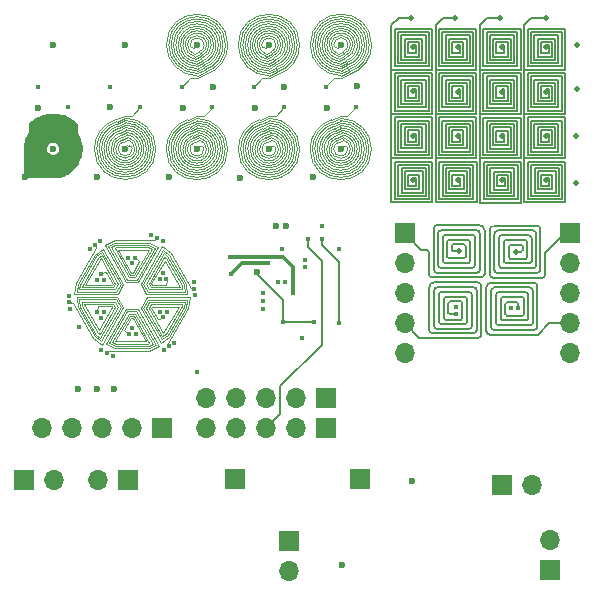
<source format=gbr>
%TF.GenerationSoftware,KiCad,Pcbnew,8.0.3*%
%TF.CreationDate,2024-07-16T20:49:30+03:00*%
%TF.ProjectId,PCBcoil,50434263-6f69-46c2-9e6b-696361645f70,rev?*%
%TF.SameCoordinates,Original*%
%TF.FileFunction,Copper,L2,Inr*%
%TF.FilePolarity,Positive*%
%FSLAX46Y46*%
G04 Gerber Fmt 4.6, Leading zero omitted, Abs format (unit mm)*
G04 Created by KiCad (PCBNEW 8.0.3) date 2024-07-16 20:49:30*
%MOMM*%
%LPD*%
G01*
G04 APERTURE LIST*
%TA.AperFunction,Conductor*%
%ADD10C,0.100000*%
%TD*%
%TA.AperFunction,ComponentPad*%
%ADD11R,1.700000X1.700000*%
%TD*%
%TA.AperFunction,ComponentPad*%
%ADD12O,1.700000X1.700000*%
%TD*%
%TA.AperFunction,ViaPad*%
%ADD13C,0.600000*%
%TD*%
%TA.AperFunction,ViaPad*%
%ADD14C,0.400000*%
%TD*%
%TA.AperFunction,ViaPad*%
%ADD15C,0.500000*%
%TD*%
%TA.AperFunction,Conductor*%
%ADD16C,0.130000*%
%TD*%
%TA.AperFunction,Conductor*%
%ADD17C,0.200000*%
%TD*%
%TA.AperFunction,Conductor*%
%ADD18C,0.300000*%
%TD*%
G04 APERTURE END LIST*
D10*
%TO.N,Net-(D1B-K)*%
X108879740Y-103691899D02*
X105229740Y-103691899D01*
X106727557Y-100251671D02*
X105408019Y-102526164D01*
%TO.N,unconnected-(U2-SENSEU-Pad4)*%
X119271541Y-91133062D02*
G75*
G02*
X120947459Y-88844964I2399959J-38D01*
G01*
X113383676Y-82331893D02*
G75*
G02*
X117783676Y-82331893I2200000J0D01*
G01*
X115583676Y-84531893D02*
X116187094Y-84238693D01*
X121482142Y-83297124D02*
G75*
G02*
X120686075Y-82318143I203858J978924D01*
G01*
%TO.N,Net-(D1B-K)*%
X105408404Y-108018388D02*
X102568404Y-108018388D01*
%TO.N,unconnected-(U2-SENSEU-Pad4)*%
X114396541Y-91158062D02*
G75*
G02*
X115234431Y-89988796I1199959J24962D01*
G01*
%TO.N,Net-(D1B-K)*%
X104268404Y-105078388D02*
X103708404Y-105078388D01*
%TO.N,unconnected-(U2-SENSEU-Pad4)*%
X124271541Y-91133062D02*
G75*
G02*
X119071541Y-91133062I-2600000J0D01*
G01*
X122271541Y-91133062D02*
G75*
G02*
X121071541Y-91133062I-600000J0D01*
G01*
X109508698Y-84331875D02*
G75*
G02*
X107508625Y-82331875I-98J1999975D01*
G01*
X109561815Y-89539019D02*
G75*
G02*
X111095268Y-91137628I-66615J-1598681D01*
G01*
X109495206Y-88737628D02*
X108831446Y-89040148D01*
X112108698Y-82331875D02*
G75*
G02*
X110293149Y-84810736I-2599998J-25D01*
G01*
%TO.N,Net-(D1B-K)*%
X106313404Y-107839381D02*
X104488404Y-104678388D01*
%TO.N,unconnected-(U2-SENSEU-Pad4)*%
X117983676Y-82331893D02*
G75*
G02*
X116307796Y-84620110I-2400076J-7D01*
G01*
X121906810Y-90368439D02*
X121490516Y-90561024D01*
X103543419Y-89715428D02*
G75*
G02*
X104814702Y-91109498I-128719J-1394072D01*
G01*
%TO.N,Net-(D1B-K)*%
X101551295Y-99570516D02*
X103272051Y-102550080D01*
%TO.N,unconnected-(U2-SENSEU-Pad4)*%
X112983676Y-82331893D02*
G75*
G02*
X118183676Y-82331893I2600000J0D01*
G01*
X115517067Y-83930502D02*
G75*
G02*
X113983614Y-82331893I66533J1598602D01*
G01*
X109508698Y-84931875D02*
G75*
G02*
X106908625Y-82331875I-98J2599975D01*
G01*
X109508698Y-84731875D02*
X110172458Y-84429355D01*
X120086100Y-82318143D02*
G75*
G02*
X123286096Y-82318143I1599998J1D01*
G01*
X121686096Y-85118143D02*
X122470540Y-84796983D01*
%TO.N,Net-(D1B-K)*%
X105229740Y-103691899D02*
X104729740Y-104557924D01*
X106987724Y-100182292D02*
X108377724Y-102589843D01*
%TO.N,unconnected-(U2-SENSEU-Pad4)*%
X120871541Y-91133062D02*
G75*
G02*
X121430194Y-90370404I799959J-38D01*
G01*
X109667971Y-89949871D02*
X109193497Y-90184228D01*
X119471541Y-91133062D02*
G75*
G02*
X121007801Y-89035644I2199959J-38D01*
G01*
%TO.N,Net-(D1B-K)*%
X102342895Y-104549848D02*
X102282895Y-104445925D01*
X108575929Y-102533144D02*
X108664160Y-103405965D01*
X103718404Y-102012069D02*
X104278404Y-102012069D01*
%TO.N,unconnected-(U2-SENSEU-Pad4)*%
X115583676Y-84331893D02*
G75*
G02*
X113583607Y-82331893I-76J1999993D01*
G01*
%TO.N,Net-(D1B-K)*%
X108404060Y-104473816D02*
X108454156Y-104087047D01*
%TO.N,unconnected-(U2-SENSEU-Pad4)*%
X118183676Y-82331893D02*
G75*
G02*
X116368138Y-84810790I-2600076J-7D01*
G01*
%TO.N,Net-(D1B-K)*%
X105168404Y-107418388D02*
X104048404Y-105478388D01*
%TO.N,unconnected-(U2-SENSEU-Pad4)*%
X109561815Y-89539019D02*
X109072814Y-89802870D01*
X121906810Y-90368439D02*
G75*
G02*
X122471573Y-91133062I-235410J-764761D01*
G01*
%TO.N,Net-(D1B-K)*%
X105408404Y-99672069D02*
X104168404Y-101812069D01*
%TO.N,unconnected-(U2-SENSEU-Pad4)*%
X115583676Y-84531893D02*
G75*
G02*
X113383607Y-82331893I-76J2199993D01*
G01*
X109623889Y-89743558D02*
G75*
G02*
X110895269Y-91137628I-128689J-1394142D01*
G01*
%TO.N,Net-(D1B-K)*%
X107014060Y-106881366D02*
X106507553Y-107258661D01*
X108213893Y-104283194D02*
X105584355Y-104277687D01*
%TO.N,unconnected-(U2-SENSEU-Pad4)*%
X116783676Y-82306893D02*
G75*
G02*
X115945824Y-83476278I-1200076J-25007D01*
G01*
X103414736Y-88709498D02*
X102750976Y-89012018D01*
X115769306Y-89945305D02*
X115294832Y-90179662D01*
X115348407Y-83096516D02*
X115764701Y-82903931D01*
X113783676Y-82331893D02*
G75*
G02*
X117383676Y-82331893I1800000J0D01*
G01*
X113196541Y-91133062D02*
G75*
G02*
X114872459Y-88844964I2399959J-38D01*
G01*
X103414737Y-89309498D02*
G75*
G02*
X105214802Y-91109498I63J-1800002D01*
G01*
X116066410Y-83857331D02*
X115583675Y-84131893D01*
%TO.N,Net-(D1B-K)*%
X105466150Y-104082425D02*
X105186150Y-104567399D01*
%TO.N,unconnected-(U2-SENSEU-Pad4)*%
X121671541Y-88933062D02*
G75*
G02*
X123871538Y-91133062I59J-2199938D01*
G01*
X121671541Y-88533062D02*
X120947439Y-88844902D01*
%TO.N,Net-(D1B-K)*%
X99779600Y-104390092D02*
X99732184Y-104047964D01*
%TO.N,unconnected-(U2-SENSEU-Pad4)*%
X121844306Y-89945305D02*
X121369832Y-90179662D01*
X121738150Y-89534453D02*
X121249149Y-89798304D01*
X124086096Y-82318143D02*
G75*
G02*
X122410192Y-84606286I-2399896J-57D01*
G01*
X120686096Y-82318143D02*
G75*
G02*
X122686096Y-82318143I1000000J0D01*
G01*
X115583676Y-84731893D02*
G75*
G02*
X113183607Y-82331893I-76J2399993D01*
G01*
X114383420Y-82331893D02*
G75*
G02*
X116783719Y-82306892I1200280J-7D01*
G01*
%TO.N,Net-(D1B-K)*%
X106756314Y-100581478D02*
X105636224Y-102521427D01*
%TO.N,unconnected-(U2-SENSEU-Pad4)*%
X115583676Y-84931893D02*
G75*
G02*
X112983607Y-82331893I-76J2599993D01*
G01*
X109623889Y-89743558D02*
X109133077Y-89993302D01*
%TO.N,Net-(D1B-K)*%
X100669985Y-107132283D02*
X101430715Y-107691892D01*
%TO.N,unconnected-(U2-SENSEU-Pad4)*%
X115596541Y-88933062D02*
G75*
G02*
X117796538Y-91133062I59J-2199938D01*
G01*
X103587501Y-89921741D02*
X103113027Y-90156098D01*
%TO.N,Net-(D1B-K)*%
X99122051Y-103416105D02*
X102772051Y-103416106D01*
X105368404Y-99272069D02*
X105948404Y-99522069D01*
%TO.N,unconnected-(U2-SENSEU-Pad4)*%
X109304744Y-83310856D02*
X109750065Y-83094595D01*
X121800224Y-89738992D02*
G75*
G02*
X123071529Y-91133062I-128624J-1394008D01*
G01*
%TO.N,Net-(D1B-K)*%
X102568404Y-108018388D02*
X101768404Y-107658388D01*
X100669985Y-107132283D02*
X99219985Y-104620810D01*
%TO.N,unconnected-(U2-SENSEU-Pad4)*%
X109730475Y-90373005D02*
G75*
G02*
X110295270Y-91137628I-235275J-764695D01*
G01*
%TO.N,Net-(D1B-K)*%
X106756314Y-100581478D02*
X108051314Y-102824484D01*
%TO.N,unconnected-(U2-SENSEU-Pad4)*%
X121671541Y-88333062D02*
X120887097Y-88654222D01*
X116383676Y-82331893D02*
G75*
G02*
X115825061Y-83094670I-800076J-7D01*
G01*
X121844306Y-89945305D02*
G75*
G02*
X122871786Y-91133062I-172706J-1187695D01*
G01*
X119686096Y-82318143D02*
G75*
G02*
X123686096Y-82318143I2000000J0D01*
G01*
X123086096Y-82318143D02*
G75*
G02*
X122108475Y-83652861I-1399996J43D01*
G01*
X107508698Y-82331875D02*
G75*
G02*
X111508698Y-82331875I2000000J0D01*
G01*
%TO.N,Net-(D1B-K)*%
X101124600Y-106719700D02*
X101251562Y-106819604D01*
%TO.N,unconnected-(U2-SENSEU-Pad4)*%
X101814736Y-91109498D02*
G75*
G02*
X102932002Y-89584059I1599864J98D01*
G01*
%TO.N,Net-(D1B-K)*%
X102588404Y-99272069D02*
X102228404Y-99422069D01*
%TO.N,unconnected-(U2-SENSEU-Pad4)*%
X113183676Y-82331893D02*
G75*
G02*
X117983676Y-82331893I2400000J0D01*
G01*
X117996541Y-91133062D02*
G75*
G02*
X113196541Y-91133062I-2400000J0D01*
G01*
X107895206Y-91137628D02*
G75*
G02*
X109012472Y-89612191I1600094J-72D01*
G01*
X119071541Y-91133062D02*
G75*
G02*
X120887117Y-88654284I2599959J-38D01*
G01*
X109380015Y-83725945D02*
X109870827Y-83476201D01*
%TO.N,Net-(D1B-K)*%
X105179814Y-102530901D02*
X105459814Y-103015875D01*
X102518404Y-99532069D02*
X103828404Y-101812069D01*
%TO.N,unconnected-(U2-SENSEU-Pad4)*%
X103543419Y-89715428D02*
X103052607Y-89965172D01*
X116996537Y-91133062D02*
G75*
G02*
X114196541Y-91133062I-1399998J-1D01*
G01*
%TO.N,Net-(D1B-K)*%
X102228404Y-99422069D02*
X103718404Y-102012069D01*
%TO.N,unconnected-(U2-SENSEU-Pad4)*%
X120071541Y-91133062D02*
G75*
G02*
X121188826Y-89607684I1599959J-38D01*
G01*
X121686096Y-84318143D02*
G75*
G02*
X119686057Y-82318143I-96J1999943D01*
G01*
X111708698Y-82331875D02*
G75*
G02*
X110172465Y-84429376I-2199998J-25D01*
G01*
X107908702Y-82331875D02*
G75*
G02*
X111108698Y-82331875I1599998J1D01*
G01*
X115596541Y-88533062D02*
G75*
G02*
X118196538Y-91133062I59J-2599938D01*
G01*
X117396541Y-91133062D02*
G75*
G02*
X113796541Y-91133062I-1800000J0D01*
G01*
%TO.N,Net-(D1B-K)*%
X102578404Y-107418388D02*
X103818404Y-105278388D01*
%TO.N,unconnected-(U2-SENSEU-Pad4)*%
X117783676Y-82331893D02*
G75*
G02*
X116247454Y-84429430I-2200076J-7D01*
G01*
X121738150Y-89534453D02*
G75*
G02*
X123271532Y-91133062I-66550J-1598547D01*
G01*
X110495206Y-91137628D02*
G75*
G02*
X108495206Y-91137628I-1000000J0D01*
G01*
X123871541Y-91133062D02*
G75*
G02*
X119471541Y-91133062I-2200000J0D01*
G01*
%TO.N,Net-(D1B-K)*%
X108664160Y-103405965D02*
X105223404Y-103406401D01*
%TO.N,unconnected-(U2-SENSEU-Pad4)*%
X121875495Y-90154081D02*
G75*
G02*
X122671564Y-91133062I-204095J-979119D01*
G01*
%TO.N,Net-(D1B-K)*%
X108582265Y-104565156D02*
X108649778Y-103888220D01*
X103828404Y-101812069D02*
X104168404Y-101812069D01*
%TO.N,unconnected-(U2-SENSEU-Pad4)*%
X111895206Y-91137628D02*
G75*
G02*
X107095206Y-91137628I-2400000J0D01*
G01*
X103414736Y-89109498D02*
X102871660Y-89393378D01*
X114996541Y-91133062D02*
G75*
G02*
X115415535Y-90561084I599959J-38D01*
G01*
%TO.N,Net-(D1B-K)*%
X102578404Y-99072069D02*
X101958404Y-99352069D01*
%TO.N,unconnected-(U2-SENSEU-Pad4)*%
X107308698Y-82331875D02*
G75*
G02*
X111708698Y-82331875I2200000J0D01*
G01*
X120485840Y-82318143D02*
G75*
G02*
X122886098Y-82293143I1200260J-57D01*
G01*
X117183676Y-82331893D02*
G75*
G02*
X116066429Y-83857390I-1600076J-7D01*
G01*
X109335933Y-83519632D02*
X109810407Y-83285275D01*
X121450827Y-83082766D02*
G75*
G02*
X120886103Y-82318143I235473J764766D01*
G01*
X101614736Y-91109498D02*
G75*
G02*
X102871660Y-89393379I1799864J98D01*
G01*
X100814736Y-91109498D02*
G75*
G02*
X102630292Y-88630659I2599864J98D01*
G01*
X109699160Y-90158647D02*
X109253839Y-90374908D01*
X109495206Y-88937628D02*
X108891788Y-89230828D01*
%TO.N,Net-(D1B-K)*%
X105168404Y-107418388D02*
X102578404Y-107418388D01*
X106854519Y-100351574D02*
X108199519Y-102681183D01*
X101673404Y-99251076D02*
X103498404Y-102412069D01*
%TO.N,unconnected-(U2-SENSEU-Pad4)*%
X117383676Y-82331893D02*
G75*
G02*
X116126741Y-84047979I-1800076J93D01*
G01*
X121800224Y-89738992D02*
X121309412Y-89988736D01*
%TO.N,Net-(D1B-K)*%
X105408019Y-102526164D02*
X105578019Y-102820612D01*
X106603442Y-99676696D02*
X104951609Y-102535638D01*
%TO.N,unconnected-(U2-SENSEU-Pad4)*%
X121071541Y-91133062D02*
G75*
G02*
X121490535Y-90561084I599959J-38D01*
G01*
%TO.N,Net-(D1B-K)*%
X101354141Y-100391997D02*
X102587436Y-102535869D01*
X107155929Y-100073632D02*
X108575929Y-102533144D01*
%TO.N,unconnected-(U2-SENSEU-Pad4)*%
X121557413Y-83712213D02*
G75*
G02*
X120286051Y-82318143I128787J1394213D01*
G01*
%TO.N,Net-(D1B-K)*%
X99226321Y-102477490D02*
X100676321Y-99966016D01*
%TO.N,unconnected-(U2-SENSEU-Pad4)*%
X109012472Y-89612190D02*
X109495207Y-89337628D01*
X115410911Y-83519650D02*
X115885385Y-83285293D01*
%TO.N,Net-(D1B-K)*%
X101375677Y-107394578D02*
X103027510Y-104535636D01*
%TO.N,unconnected-(U2-SENSEU-Pad4)*%
X111108698Y-82331875D02*
G75*
G02*
X109991439Y-83857336I-1599998J-25D01*
G01*
X115517067Y-83930502D02*
X116006068Y-83666651D01*
X109508698Y-84531875D02*
G75*
G02*
X107308625Y-82331875I-98J2199975D01*
G01*
X115596541Y-88733062D02*
G75*
G02*
X117996538Y-91133062I59J-2399938D01*
G01*
X105414736Y-91109498D02*
G75*
G02*
X101414736Y-91109498I-2000000J0D01*
G01*
X115596541Y-89133062D02*
X115053465Y-89416942D01*
%TO.N,Net-(D1B-K)*%
X103358404Y-106468388D02*
X103928404Y-105478388D01*
%TO.N,unconnected-(U2-SENSEU-Pad4)*%
X111295206Y-91137628D02*
G75*
G02*
X107695206Y-91137628I-1800000J0D01*
G01*
X108108702Y-82331875D02*
G75*
G02*
X110908698Y-82331875I1399998J1D01*
G01*
X112996541Y-91133062D02*
G75*
G02*
X114812117Y-88654284I2599959J-38D01*
G01*
X109508698Y-84331875D02*
X110051774Y-84047995D01*
X115596541Y-88933062D02*
X114993123Y-89226262D01*
X115454993Y-83725963D02*
G75*
G02*
X114183617Y-82331893I128607J1394063D01*
G01*
X102414736Y-91109498D02*
G75*
G02*
X103113027Y-90156099I999864J98D01*
G01*
X109730475Y-90373005D02*
X109314181Y-90565590D01*
%TO.N,Net-(D1B-K)*%
X99732184Y-104047964D02*
X102519305Y-104055399D01*
X106845855Y-106772706D02*
X106573271Y-106984834D01*
%TO.N,unconnected-(U2-SENSEU-Pad4)*%
X109495206Y-89137628D02*
X108952130Y-89421508D01*
%TO.N,Net-(D1B-K)*%
X102818404Y-99672069D02*
X105408404Y-99672069D01*
%TO.N,unconnected-(U2-SENSEU-Pad4)*%
X108895206Y-91137628D02*
G75*
G02*
X109314181Y-90565591I600094J-72D01*
G01*
%TO.N,Net-(D1B-K)*%
X100991395Y-106888982D02*
X101301299Y-107125751D01*
X104378404Y-104878388D02*
X103598404Y-104878388D01*
X102653846Y-103220843D02*
X103043846Y-102545343D01*
%TO.N,unconnected-(U2-SENSEU-Pad4)*%
X103618690Y-90130517D02*
G75*
G02*
X104414710Y-91109498I-203990J-978983D01*
G01*
%TO.N,Net-(D1B-K)*%
X101222806Y-106489796D02*
X102342895Y-104549848D01*
%TO.N,unconnected-(U2-SENSEU-Pad4)*%
X115831810Y-90368439D02*
X115415516Y-90561024D01*
%TO.N,Net-(D1B-K)*%
X101494238Y-99849343D02*
X103043846Y-102545343D01*
X101768404Y-107658388D02*
X103488404Y-104678388D01*
%TO.N,unconnected-(U2-SENSEU-Pad4)*%
X120886096Y-82318143D02*
G75*
G02*
X122486096Y-82318143I800000J0D01*
G01*
%TO.N,Net-(D1B-K)*%
X99810936Y-102664907D02*
X99787898Y-102824810D01*
%TO.N,unconnected-(U2-SENSEU-Pad4)*%
X120271541Y-91133062D02*
G75*
G02*
X121249168Y-89798364I1399959J-38D01*
G01*
X110095206Y-91137628D02*
G75*
G02*
X108895206Y-91137628I-600000J0D01*
G01*
%TO.N,Net-(D1B-K)*%
X106507553Y-107258661D02*
X104957945Y-104562662D01*
%TO.N,unconnected-(U2-SENSEU-Pad4)*%
X103414736Y-89109498D02*
G75*
G02*
X105414802Y-91109498I64J-2000002D01*
G01*
X107708698Y-82331875D02*
G75*
G02*
X111308698Y-82331875I1800000J0D01*
G01*
X121513331Y-83505900D02*
G75*
G02*
X120485788Y-82318143I172869J1187900D01*
G01*
X121671541Y-88933062D02*
X121068123Y-89226262D01*
X116983676Y-82331893D02*
G75*
G02*
X116006087Y-83666710I-1400076J-7D01*
G01*
X102214736Y-91134498D02*
G75*
G02*
X103052606Y-89965169I1199864J25098D01*
G01*
X115725224Y-89738992D02*
X115234412Y-89988736D01*
X104414736Y-91109498D02*
G75*
G02*
X102414736Y-91109498I-1000000J0D01*
G01*
%TO.N,Net-(D1B-K)*%
X104628404Y-100622069D02*
X104058404Y-101612069D01*
X102668404Y-99472069D02*
X105358404Y-99472069D01*
%TO.N,unconnected-(U2-SENSEU-Pad4)*%
X104214736Y-91109498D02*
G75*
G02*
X102614736Y-91109498I-800000J0D01*
G01*
%TO.N,Net-(D1B-K)*%
X106573271Y-106984834D02*
X105186150Y-104567399D01*
X101301299Y-107125751D02*
X102799305Y-104540373D01*
X106214925Y-105565508D02*
X105642560Y-104576873D01*
%TO.N,unconnected-(U2-SENSEU-Pad4)*%
X108508698Y-82331875D02*
G75*
G02*
X110508698Y-82331875I1000000J0D01*
G01*
X108495206Y-91137628D02*
G75*
G02*
X109193498Y-90184231I1000094J-72D01*
G01*
%TO.N,Net-(D1B-K)*%
X107162265Y-107024668D02*
X106450496Y-107537488D01*
%TO.N,unconnected-(U2-SENSEU-Pad4)*%
X121671541Y-89133062D02*
G75*
G02*
X123671538Y-91133062I59J-1999938D01*
G01*
X115769306Y-89945305D02*
G75*
G02*
X116796786Y-91133062I-172706J-1187695D01*
G01*
%TO.N,Net-(D1B-K)*%
X104951609Y-102535638D02*
X105341609Y-103211138D01*
%TO.N,unconnected-(U2-SENSEU-Pad4)*%
X110508698Y-82331875D02*
G75*
G02*
X109810414Y-83285296I-999998J-25D01*
G01*
%TO.N,Net-(D1B-K)*%
X102538404Y-98872069D02*
X101673404Y-99251076D01*
%TO.N,unconnected-(U2-SENSEU-Pad4)*%
X111695206Y-91137628D02*
G75*
G02*
X107295206Y-91137628I-2200000J0D01*
G01*
X121686095Y-84118143D02*
G75*
G02*
X119886057Y-82318143I-95J1799943D01*
G01*
X108695206Y-91137628D02*
G75*
G02*
X109253840Y-90374911I800094J-72D01*
G01*
X115596541Y-88733062D02*
X114932781Y-89035582D01*
X111508698Y-82331875D02*
G75*
G02*
X110112123Y-84238697I-1999998J-25D01*
G01*
%TO.N,Net-(D1B-K)*%
X102618404Y-107818388D02*
X102038404Y-107568388D01*
X106677820Y-99945523D02*
X105179814Y-102530901D01*
%TO.N,unconnected-(U2-SENSEU-Pad4)*%
X122886096Y-82293143D02*
G75*
G02*
X122048221Y-83462455I-1199896J-25057D01*
G01*
%TO.N,Net-(D1B-K)*%
X106548404Y-99379383D02*
X104723404Y-102540375D01*
%TO.N,unconnected-(U2-SENSEU-Pad4)*%
X103650005Y-90344875D02*
X103233711Y-90537460D01*
%TO.N,Net-(D1B-K)*%
X99601395Y-104481432D02*
X99527902Y-103854137D01*
%TO.N,unconnected-(U2-SENSEU-Pad4)*%
X115800495Y-90154081D02*
X115355174Y-90370342D01*
X102014736Y-91109498D02*
G75*
G02*
X102992344Y-89774739I1399864J98D01*
G01*
X108295206Y-91162628D02*
G75*
G02*
X109133078Y-89993304I1200094J24928D01*
G01*
%TO.N,Net-(D1B-K)*%
X106028404Y-107738388D02*
X104378404Y-104878388D01*
%TO.N,unconnected-(U2-SENSEU-Pad4)*%
X115113807Y-89607624D02*
X115596542Y-89333062D01*
%TO.N,Net-(D1B-K)*%
X101155936Y-100335298D02*
X101428520Y-100123170D01*
%TO.N,unconnected-(U2-SENSEU-Pad4)*%
X105614736Y-91109498D02*
G75*
G02*
X101214736Y-91109498I-2200000J0D01*
G01*
X121686096Y-84918143D02*
X122410198Y-84606303D01*
X103481345Y-89510889D02*
G75*
G02*
X105014700Y-91109498I-66645J-1598611D01*
G01*
%TO.N,Net-(D1B-K)*%
X103027510Y-104535636D02*
X102637510Y-103860136D01*
X102571100Y-104545111D02*
X102401100Y-104250662D01*
%TO.N,unconnected-(U2-SENSEU-Pad4)*%
X121619487Y-83916752D02*
G75*
G02*
X120086065Y-82318143I66513J1598552D01*
G01*
%TO.N,Net-(D1B-K)*%
X103255715Y-104530899D02*
X102755715Y-103664874D01*
X102772051Y-103416106D02*
X103272051Y-102550080D01*
%TO.N,unconnected-(U2-SENSEU-Pad4)*%
X103587501Y-89921741D02*
G75*
G02*
X104614950Y-91109498I-172701J-1187659D01*
G01*
X113583676Y-82331893D02*
G75*
G02*
X117583676Y-82331893I2000000J0D01*
G01*
%TO.N,Net-(D1B-K)*%
X107155929Y-100073632D02*
X106603442Y-99676696D01*
%TO.N,unconnected-(U2-SENSEU-Pad4)*%
X123486096Y-82318143D02*
G75*
G02*
X122229167Y-84034246I-1799896J-57D01*
G01*
%TO.N,Net-(D1B-K)*%
X99419526Y-102542849D02*
X100839526Y-100083337D01*
%TO.N,unconnected-(U2-SENSEU-Pad4)*%
X115379722Y-83310874D02*
G75*
G02*
X114583622Y-82331893I203878J978974D01*
G01*
%TO.N,Net-(D1B-K)*%
X101430715Y-107691892D02*
X103255715Y-104530899D01*
%TO.N,unconnected-(U2-SENSEU-Pad4)*%
X116583676Y-82331893D02*
G75*
G02*
X115885403Y-83285350I-1000076J-7D01*
G01*
%TO.N,Net-(D1B-K)*%
X108775470Y-104630515D02*
X107325470Y-107141988D01*
%TO.N,unconnected-(U2-SENSEU-Pad4)*%
X121875495Y-90154081D02*
X121430174Y-90370342D01*
%TO.N,Net-(D1B-K)*%
X105418404Y-99072069D02*
X106218404Y-99432069D01*
X99403190Y-104538130D02*
X99314959Y-103665310D01*
X103498404Y-102412069D02*
X104498404Y-102412069D01*
X100059141Y-102635003D02*
X102299231Y-102635054D01*
%TO.N,unconnected-(U2-SENSEU-Pad4)*%
X107695206Y-91137628D02*
G75*
G02*
X108952152Y-89421577I1799994J-72D01*
G01*
X121671541Y-88733062D02*
X121007781Y-89035582D01*
%TO.N,Net-(D1B-K)*%
X105318404Y-107618388D02*
X105468404Y-107558388D01*
%TO.N,unconnected-(U2-SENSEU-Pad4)*%
X109335933Y-83519632D02*
G75*
G02*
X108308455Y-82331875I172867J1187832D01*
G01*
X110708698Y-82306875D02*
G75*
G02*
X109870835Y-83476225I-1199998J-25025D01*
G01*
%TO.N,Net-(D1B-K)*%
X100987731Y-100226638D02*
X101494238Y-99849343D01*
%TO.N,unconnected-(U2-SENSEU-Pad4)*%
X115583676Y-84331893D02*
X116126752Y-84048013D01*
X110895202Y-91137628D02*
G75*
G02*
X108095206Y-91137628I-1399998J-1D01*
G01*
X115725224Y-89738992D02*
G75*
G02*
X116996529Y-91133062I-128624J-1394008D01*
G01*
X116183676Y-82331893D02*
G75*
G02*
X115764720Y-82903990I-600076J-7D01*
G01*
X114196541Y-91133062D02*
G75*
G02*
X115174168Y-89798364I1399959J-38D01*
G01*
%TO.N,Net-(D1B-K)*%
X101958404Y-99352069D02*
X103608404Y-102212069D01*
%TO.N,unconnected-(U2-SENSEU-Pad4)*%
X114783676Y-82331893D02*
G75*
G02*
X116383676Y-82331893I800000J0D01*
G01*
X103414736Y-88509498D02*
G75*
G02*
X106014802Y-91109498I64J-2600002D01*
G01*
X122168830Y-83843581D02*
X121686095Y-84118143D01*
X104614992Y-91109498D02*
G75*
G02*
X102214670Y-91134499I-1200292J98D01*
G01*
X115596541Y-88533062D02*
X114872439Y-88844902D01*
X105214736Y-91109498D02*
G75*
G02*
X101614736Y-91109498I-1800000J0D01*
G01*
X108908698Y-82331875D02*
G75*
G02*
X110108698Y-82331875I600000J0D01*
G01*
X115663150Y-89534453D02*
X115174149Y-89798304D01*
X115454993Y-83725963D02*
X115945805Y-83476219D01*
X104014736Y-91109498D02*
G75*
G02*
X102814736Y-91109498I-600000J0D01*
G01*
X121686096Y-84718143D02*
G75*
G02*
X119286057Y-82318143I-96J2399943D01*
G01*
X115379722Y-83310874D02*
X115825043Y-83094613D01*
%TO.N,Net-(D1B-K)*%
X108582265Y-104565156D02*
X107162265Y-107024668D01*
%TO.N,unconnected-(U2-SENSEU-Pad4)*%
X114583676Y-82331893D02*
G75*
G02*
X116583676Y-82331893I1000000J0D01*
G01*
X112095206Y-91137628D02*
G75*
G02*
X106895206Y-91137628I-2600000J0D01*
G01*
X119671541Y-91133062D02*
G75*
G02*
X121068143Y-89226324I1999959J-38D01*
G01*
X109273429Y-83096498D02*
G75*
G02*
X108708698Y-82331875I235371J764698D01*
G01*
X108095206Y-91137628D02*
G75*
G02*
X109072814Y-89802871I1400094J-72D01*
G01*
X103414736Y-88509498D02*
X102690634Y-88821338D01*
X117596541Y-91133062D02*
G75*
G02*
X113596541Y-91133062I-2000000J0D01*
G01*
X111095202Y-91137628D02*
G75*
G02*
X107895206Y-91137628I-1599998J-1D01*
G01*
X111908698Y-82331875D02*
G75*
G02*
X110232807Y-84620056I-2399998J-25D01*
G01*
X117196537Y-91133062D02*
G75*
G02*
X113996541Y-91133062I-1599998J-1D01*
G01*
X102932002Y-89584060D02*
X103414737Y-89309498D01*
X113983680Y-82331893D02*
G75*
G02*
X117183676Y-82331893I1599998J1D01*
G01*
X109273429Y-83096498D02*
X109689723Y-82903913D01*
X108708698Y-82331875D02*
G75*
G02*
X110308698Y-82331875I800000J0D01*
G01*
X106895206Y-91137628D02*
G75*
G02*
X108710763Y-88658791I2600094J-72D01*
G01*
X123886096Y-82318143D02*
G75*
G02*
X122349851Y-84415606I-2199896J-57D01*
G01*
X115583676Y-84731893D02*
X116247436Y-84429373D01*
%TO.N,Net-(D1B-K)*%
X99597731Y-102634189D02*
X100987731Y-100226638D01*
%TO.N,unconnected-(U2-SENSEU-Pad4)*%
X107108698Y-82331875D02*
G75*
G02*
X111908698Y-82331875I2400000J0D01*
G01*
X121482142Y-83297124D02*
X121927463Y-83080863D01*
%TO.N,Net-(D1B-K)*%
X101222806Y-106489796D02*
X99927806Y-104246791D01*
%TO.N,unconnected-(U2-SENSEU-Pad4)*%
X121450827Y-83082766D02*
X121867121Y-82890181D01*
X116796797Y-91133062D02*
G75*
G02*
X114396465Y-91158064I-1200297J62D01*
G01*
X109495206Y-88537628D02*
X108771104Y-88849468D01*
X121686096Y-84918143D02*
G75*
G02*
X119086057Y-82318143I-96J2599943D01*
G01*
X121671542Y-89333062D02*
G75*
G02*
X123471538Y-91133062I58J-1799938D01*
G01*
%TO.N,Net-(D1B-K)*%
X105636224Y-102521427D02*
X105696224Y-102625350D01*
X108454156Y-104087047D02*
X105466150Y-104082425D01*
%TO.N,unconnected-(U2-SENSEU-Pad4)*%
X124286096Y-82318143D02*
G75*
G02*
X122470534Y-84796966I-2599896J-57D01*
G01*
%TO.N,Net-(D1B-K)*%
X102818404Y-99672069D02*
X103938404Y-101612069D01*
%TO.N,unconnected-(U2-SENSEU-Pad4)*%
X121188807Y-89607624D02*
X121671542Y-89333062D01*
X101414736Y-91109498D02*
G75*
G02*
X102811318Y-89202699I1999864J98D01*
G01*
X122486096Y-82318143D02*
G75*
G02*
X121927458Y-83080846I-799896J-57D01*
G01*
%TO.N,Net-(D1B-K)*%
X103608404Y-102212069D02*
X104388404Y-102212069D01*
%TO.N,unconnected-(U2-SENSEU-Pad4)*%
X109442089Y-83930484D02*
X109931090Y-83666633D01*
X110108698Y-82331875D02*
G75*
G02*
X109689730Y-82903936I-599998J-25D01*
G01*
X109699160Y-90158647D02*
G75*
G02*
X110495272Y-91137628I-203960J-979053D01*
G01*
%TO.N,Net-(D1B-K)*%
X99226321Y-102477490D02*
X99122051Y-103416105D01*
%TO.N,unconnected-(U2-SENSEU-Pad4)*%
X109495206Y-88737628D02*
G75*
G02*
X111895272Y-91137628I-6J-2400072D01*
G01*
X115831810Y-90368439D02*
G75*
G02*
X116396573Y-91133062I-235410J-764761D01*
G01*
X109495206Y-88937628D02*
G75*
G02*
X111695172Y-91137628I94J-2199872D01*
G01*
X109508698Y-84531875D02*
X110112116Y-84238675D01*
X116596541Y-91133062D02*
G75*
G02*
X114596541Y-91133062I-1000000J0D01*
G01*
%TO.N,Net-(D1B-K)*%
X102668404Y-99472069D02*
X102518404Y-99532069D01*
%TO.N,unconnected-(U2-SENSEU-Pad4)*%
X109991432Y-83857313D02*
X109508697Y-84131875D01*
X116396541Y-91133062D02*
G75*
G02*
X114796541Y-91133062I-800000J0D01*
G01*
X114596541Y-91133062D02*
G75*
G02*
X115294852Y-90179724I999959J-38D01*
G01*
X107095206Y-91137628D02*
G75*
G02*
X108771105Y-88849471I2400094J-72D01*
G01*
X118196541Y-91133062D02*
G75*
G02*
X112996541Y-91133062I-2600000J0D01*
G01*
%TO.N,Net-(D1B-K)*%
X108404060Y-104473816D02*
X107014060Y-106881366D01*
%TO.N,unconnected-(U2-SENSEU-Pad4)*%
X106908698Y-82331875D02*
G75*
G02*
X112108698Y-82331875I2600000J0D01*
G01*
X102614736Y-91109498D02*
G75*
G02*
X103173369Y-90346779I799864J98D01*
G01*
%TO.N,Net-(D1B-K)*%
X100991395Y-106888982D02*
X99601395Y-104481432D01*
%TO.N,unconnected-(U2-SENSEU-Pad4)*%
X110295206Y-91137628D02*
G75*
G02*
X108695206Y-91137628I-800000J0D01*
G01*
X119486096Y-82318143D02*
G75*
G02*
X123886096Y-82318143I2200000J0D01*
G01*
X115596542Y-89333062D02*
G75*
G02*
X117396538Y-91133062I58J-1799938D01*
G01*
X123286096Y-82318143D02*
G75*
G02*
X122168825Y-83843566I-1599896J-57D01*
G01*
X121619487Y-83916752D02*
X122108488Y-83652901D01*
X110908698Y-82331875D02*
G75*
G02*
X109931090Y-83666632I-1400098J75D01*
G01*
X122286096Y-82318143D02*
G75*
G02*
X121867116Y-82890166I-599896J-57D01*
G01*
X121686096Y-84718143D02*
X122349856Y-84415623D01*
X122871797Y-91133062D02*
G75*
G02*
X120471465Y-91158064I-1200297J62D01*
G01*
X115663150Y-89534453D02*
G75*
G02*
X117196532Y-91133062I-66550J-1598547D01*
G01*
X116196541Y-91133062D02*
G75*
G02*
X114996541Y-91133062I-600000J0D01*
G01*
%TO.N,Net-(D1B-K)*%
X107309134Y-99938991D02*
X106548404Y-99379383D01*
%TO.N,unconnected-(U2-SENSEU-Pad4)*%
X107495206Y-91137628D02*
G75*
G02*
X108891789Y-89230831I2000094J-72D01*
G01*
X103650005Y-90344875D02*
G75*
G02*
X104214712Y-91109498I-235305J-764625D01*
G01*
X103481345Y-89510889D02*
X102992344Y-89774740D01*
X103414736Y-88309498D02*
X102630292Y-88630658D01*
X103414736Y-88909498D02*
G75*
G02*
X105614802Y-91109498I64J-2200002D01*
G01*
%TO.N,Net-(D1B-K)*%
X102628404Y-107618388D02*
X102308404Y-107488388D01*
%TO.N,unconnected-(U2-SENSEU-Pad4)*%
X120286100Y-82318143D02*
G75*
G02*
X123086096Y-82318143I1399998J1D01*
G01*
X113796541Y-91133062D02*
G75*
G02*
X115053485Y-89417004I1799959J-38D01*
G01*
X122671541Y-91133062D02*
G75*
G02*
X120671541Y-91133062I-1000000J0D01*
G01*
%TO.N,Net-(D1B-K)*%
X101786866Y-101542497D02*
X102359231Y-102531131D01*
%TO.N,unconnected-(U2-SENSEU-Pad4)*%
X120671541Y-91133062D02*
G75*
G02*
X121369852Y-90179724I999959J-38D01*
G01*
X115410911Y-83519650D02*
G75*
G02*
X114383362Y-82331893I172689J1187750D01*
G01*
%TO.N,Net-(D1B-K)*%
X105584355Y-104277687D02*
X105414355Y-104572136D01*
%TO.N,unconnected-(U2-SENSEU-Pad4)*%
X117796541Y-91133062D02*
G75*
G02*
X113396541Y-91133062I-2200000J0D01*
G01*
%TO.N,Net-(D1B-K)*%
X105448404Y-108218388D02*
X106313404Y-107839381D01*
%TO.N,unconnected-(U2-SENSEU-Pad4)*%
X108308442Y-82331875D02*
G75*
G02*
X110708697Y-82306875I1200258J-25D01*
G01*
%TO.N,Net-(D1B-K)*%
X104488404Y-104678388D02*
X103488404Y-104678388D01*
%TO.N,unconnected-(U2-SENSEU-Pad4)*%
X109667971Y-89949871D02*
G75*
G02*
X110695528Y-91137628I-172771J-1187829D01*
G01*
X104814732Y-91109498D02*
G75*
G02*
X102014736Y-91109498I-1399998J-1D01*
G01*
X120471541Y-91158062D02*
G75*
G02*
X121309431Y-89988796I1199959J24962D01*
G01*
X109508698Y-85131875D02*
X110293142Y-84810715D01*
%TO.N,Net-(D1B-K)*%
X101140530Y-104447290D02*
X102282895Y-104445925D01*
%TO.N,unconnected-(U2-SENSEU-Pad4)*%
X121557413Y-83712213D02*
X122048225Y-83462469D01*
X119871541Y-91133062D02*
G75*
G02*
X121128485Y-89417004I1799959J-38D01*
G01*
%TO.N,Net-(D1B-K)*%
X108775470Y-104630515D02*
X108879740Y-103691899D01*
X99352013Y-103219785D02*
X102653846Y-103220843D01*
X108377724Y-102589843D02*
X108451217Y-103217138D01*
X99927806Y-104246791D02*
X102401100Y-104250662D01*
X102308404Y-107488388D02*
X103708404Y-105078388D01*
%TO.N,unconnected-(U2-SENSEU-Pad4)*%
X109304744Y-83310856D02*
G75*
G02*
X108508705Y-82331875I204056J979056D01*
G01*
%TO.N,Net-(D1B-K)*%
X105948404Y-99522069D02*
X104388404Y-102212069D01*
X101124600Y-106719700D02*
X99779600Y-104390092D01*
%TO.N,unconnected-(U2-SENSEU-Pad4)*%
X119886096Y-82318143D02*
G75*
G02*
X123486096Y-82318143I1800000J0D01*
G01*
X109380015Y-83725945D02*
G75*
G02*
X108108737Y-82331875I128585J1393945D01*
G01*
%TO.N,Net-(D1B-K)*%
X105678404Y-99602069D02*
X104278404Y-102012069D01*
%TO.N,unconnected-(U2-SENSEU-Pad4)*%
X115583675Y-84131893D02*
G75*
G02*
X113783607Y-82331893I-75J1799993D01*
G01*
%TO.N,Net-(D1B-K)*%
X102417436Y-102830317D02*
X102587436Y-102535869D01*
%TO.N,unconnected-(U2-SENSEU-Pad4)*%
X110695462Y-91137628D02*
G75*
G02*
X108295197Y-91162628I-1200262J-72D01*
G01*
%TO.N,Net-(D1B-K)*%
X105702560Y-104472950D02*
X105642560Y-104576873D01*
X107942649Y-104473002D02*
X105702560Y-104472950D01*
%TO.N,unconnected-(U2-SENSEU-Pad4)*%
X103414736Y-88709498D02*
G75*
G02*
X105814802Y-91109498I64J-2400002D01*
G01*
X115348407Y-83096516D02*
G75*
G02*
X114783629Y-82331893I235193J764616D01*
G01*
%TO.N,Net-(D1B-K)*%
X99314959Y-103665310D02*
X102755715Y-103664874D01*
%TO.N,unconnected-(U2-SENSEU-Pad4)*%
X101214736Y-91109498D02*
G75*
G02*
X102750976Y-89012019I2199864J98D01*
G01*
X117583676Y-82331893D02*
G75*
G02*
X116187083Y-84238659I-2000076J93D01*
G01*
%TO.N,Net-(D1B-K)*%
X102578404Y-99072069D02*
X105418404Y-99072069D01*
%TO.N,unconnected-(U2-SENSEU-Pad4)*%
X123271537Y-91133062D02*
G75*
G02*
X120071541Y-91133062I-1599998J-1D01*
G01*
%TO.N,Net-(D1B-K)*%
X108190855Y-104443098D02*
X106845855Y-106772706D01*
X105318404Y-107618388D02*
X102628404Y-107618388D01*
%TO.N,unconnected-(U2-SENSEU-Pad4)*%
X102814736Y-91109498D02*
G75*
G02*
X103233711Y-90537459I599864J98D01*
G01*
X119286096Y-82318143D02*
G75*
G02*
X124086096Y-82318143I2400000J0D01*
G01*
X109508698Y-84931875D02*
X110232800Y-84620035D01*
X121686096Y-84318143D02*
X122229172Y-84034263D01*
%TO.N,Net-(D1B-K)*%
X105468404Y-107558388D02*
X104158404Y-105278388D01*
%TO.N,unconnected-(U2-SENSEU-Pad4)*%
X109442089Y-83930484D02*
G75*
G02*
X107908725Y-82331875I66711J1598684D01*
G01*
X109495206Y-89137628D02*
G75*
G02*
X111495272Y-91137628I-6J-2000072D01*
G01*
%TO.N,Net-(D1B-K)*%
X105347945Y-103887162D02*
X104957945Y-104562662D01*
%TO.N,unconnected-(U2-SENSEU-Pad4)*%
X124071541Y-91133062D02*
G75*
G02*
X119271541Y-91133062I-2400000J0D01*
G01*
X109495206Y-88337628D02*
X108710762Y-88658788D01*
X113396541Y-91133062D02*
G75*
G02*
X114932801Y-89035644I2199959J-38D01*
G01*
%TO.N,Net-(D1B-K)*%
X108246935Y-103023311D02*
X105459814Y-103015875D01*
%TO.N,unconnected-(U2-SENSEU-Pad4)*%
X121671541Y-89133062D02*
X121128465Y-89416942D01*
%TO.N,Net-(D1B-K)*%
X102799305Y-104540373D02*
X102519305Y-104055399D01*
X104048404Y-105478388D02*
X103928404Y-105478388D01*
X104158404Y-105278388D02*
X103818404Y-105278388D01*
X100823190Y-106997642D02*
X101375677Y-107394578D01*
%TO.N,unconnected-(U2-SENSEU-Pad4)*%
X123686096Y-82318143D02*
G75*
G02*
X122289509Y-84224926I-1999896J-57D01*
G01*
%TO.N,Net-(D1B-K)*%
X99527902Y-103854137D02*
X102637510Y-103860136D01*
%TO.N,unconnected-(U2-SENSEU-Pad4)*%
X105014732Y-91109498D02*
G75*
G02*
X101814736Y-91109498I-1599998J-1D01*
G01*
X109508697Y-84131875D02*
G75*
G02*
X107708625Y-82331875I-97J1799975D01*
G01*
X111308698Y-82331875D02*
G75*
G02*
X110051781Y-84048017I-1799998J-25D01*
G01*
%TO.N,Net-(D1B-K)*%
X102588404Y-99272069D02*
X105368404Y-99272069D01*
%TO.N,unconnected-(U2-SENSEU-Pad4)*%
X115583676Y-85131893D02*
X116368120Y-84810733D01*
X115596541Y-89133062D02*
G75*
G02*
X117596538Y-91133062I59J-1999938D01*
G01*
X121686096Y-84518143D02*
X122289514Y-84224943D01*
%TO.N,Net-(D1B-K)*%
X106838589Y-102623984D02*
X105696224Y-102625350D01*
%TO.N,unconnected-(U2-SENSEU-Pad4)*%
X121671541Y-88733062D02*
G75*
G02*
X124071538Y-91133062I59J-2399938D01*
G01*
X121513331Y-83505900D02*
X121987805Y-83271543D01*
%TO.N,Net-(D1B-K)*%
X103938404Y-101612069D02*
X104058404Y-101612069D01*
%TO.N,unconnected-(U2-SENSEU-Pad4)*%
X106014736Y-91109498D02*
G75*
G02*
X100814736Y-91109498I-2600000J0D01*
G01*
X121671541Y-88533062D02*
G75*
G02*
X124271538Y-91133062I59J-2599938D01*
G01*
%TO.N,Net-(D1B-K)*%
X105448404Y-108218388D02*
X102548404Y-108218388D01*
X102038404Y-107568388D02*
X103598404Y-104878388D01*
X108190855Y-104443098D02*
X108213893Y-104283194D01*
X101251562Y-106819604D02*
X102571100Y-104545111D01*
%TO.N,unconnected-(U2-SENSEU-Pad4)*%
X115800495Y-90154081D02*
G75*
G02*
X116596564Y-91133062I-204095J-979119D01*
G01*
X105814736Y-91109498D02*
G75*
G02*
X101014736Y-91109498I-2400000J0D01*
G01*
%TO.N,Net-(D1B-K)*%
X99547635Y-103020958D02*
X102535641Y-103025580D01*
%TO.N,unconnected-(U2-SENSEU-Pad4)*%
X122686096Y-82318143D02*
G75*
G02*
X121987800Y-83271526I-999896J-57D01*
G01*
X111495206Y-91137628D02*
G75*
G02*
X107495206Y-91137628I-2000000J0D01*
G01*
%TO.N,Net-(D1B-K)*%
X105398404Y-107818388D02*
X105758404Y-107668388D01*
%TO.N,unconnected-(U2-SENSEU-Pad4)*%
X121086096Y-82318143D02*
G75*
G02*
X122286096Y-82318143I600000J0D01*
G01*
%TO.N,Net-(D1B-K)*%
X99419526Y-102542849D02*
X99352013Y-103219785D01*
%TO.N,unconnected-(U2-SENSEU-Pad4)*%
X114796541Y-91133062D02*
G75*
G02*
X115355194Y-90370404I799959J-38D01*
G01*
%TO.N,Net-(D1B-K)*%
X106450496Y-107537488D02*
X104729740Y-104557924D01*
%TO.N,unconnected-(U2-SENSEU-Pad4)*%
X107295206Y-91137628D02*
G75*
G02*
X108831447Y-89040151I2200094J-72D01*
G01*
X103618690Y-90130517D02*
X103173369Y-90346778D01*
X109495207Y-89337628D02*
G75*
G02*
X111295272Y-91137628I-7J-1800072D01*
G01*
X122471541Y-91133062D02*
G75*
G02*
X120871541Y-91133062I-800000J0D01*
G01*
%TO.N,Net-(D1B-K)*%
X105358404Y-99472069D02*
X105678404Y-99602069D01*
X100839526Y-100083337D02*
X101551295Y-99570516D01*
%TO.N,unconnected-(U2-SENSEU-Pad4)*%
X114183680Y-82331893D02*
G75*
G02*
X116983676Y-82331893I1399998J1D01*
G01*
%TO.N,Net-(D1B-K)*%
X104723404Y-102540375D02*
X105223404Y-103406401D01*
%TO.N,unconnected-(U2-SENSEU-Pad4)*%
X123671541Y-91133062D02*
G75*
G02*
X119671541Y-91133062I-2000000J0D01*
G01*
X123071537Y-91133062D02*
G75*
G02*
X120271541Y-91133062I-1399998J-1D01*
G01*
%TO.N,Net-(D1B-K)*%
X105758404Y-107668388D02*
X104268404Y-105078388D01*
%TO.N,unconnected-(U2-SENSEU-Pad4)*%
X115596541Y-88333062D02*
X114812097Y-88654222D01*
X110308698Y-82331875D02*
G75*
G02*
X109750072Y-83094616I-799998J-25D01*
G01*
X121686096Y-84518143D02*
G75*
G02*
X119486057Y-82318143I-96J2199943D01*
G01*
X101014736Y-91109498D02*
G75*
G02*
X102690634Y-88821339I2399864J98D01*
G01*
%TO.N,Net-(D1B-K)*%
X100823190Y-106997642D02*
X99403190Y-104538130D01*
X101428520Y-100123170D02*
X102815641Y-102540606D01*
X107309134Y-99938991D02*
X108759134Y-102450465D01*
%TO.N,unconnected-(U2-SENSEU-Pad4)*%
X123471541Y-91133062D02*
G75*
G02*
X119871541Y-91133062I-1800000J0D01*
G01*
%TO.N,Net-(D1B-K)*%
X108199519Y-102681183D02*
X108246935Y-103023311D01*
X105398404Y-107818388D02*
X102618404Y-107818388D01*
%TO.N,unconnected-(U2-SENSEU-Pad4)*%
X103414736Y-88909498D02*
X102811318Y-89202698D01*
%TO.N,Net-(D1B-K)*%
X105408404Y-108018388D02*
X106028404Y-107738388D01*
X102538404Y-98872069D02*
X105438404Y-98872069D01*
X102299231Y-102635054D02*
X102359231Y-102531131D01*
%TO.N,unconnected-(U2-SENSEU-Pad4)*%
X115583676Y-84931893D02*
X116307778Y-84620053D01*
X113996541Y-91133062D02*
G75*
G02*
X115113826Y-89607684I1599959J-38D01*
G01*
%TO.N,Net-(D1B-K)*%
X108051314Y-102824484D02*
X105578019Y-102820612D01*
X102535641Y-103025580D02*
X102815641Y-102540606D01*
X106854519Y-100351574D02*
X106727557Y-100251671D01*
X100059141Y-102635003D02*
X101354141Y-100391997D01*
X108649778Y-103888220D02*
X105347945Y-103887162D01*
%TO.N,unconnected-(U2-SENSEU-Pad4)*%
X119086096Y-82318143D02*
G75*
G02*
X124286096Y-82318143I2600000J0D01*
G01*
%TO.N,Net-(D1B-K)*%
X107942649Y-104473002D02*
X106647649Y-106716007D01*
%TO.N,unconnected-(U2-SENSEU-Pad4)*%
X109495206Y-88537628D02*
G75*
G02*
X112095172Y-91137628I94J-2599872D01*
G01*
%TO.N,Net-(D1B-K)*%
X108451217Y-103217138D02*
X105341609Y-103211138D01*
X99787898Y-102824810D02*
X102417436Y-102830317D01*
X106647649Y-106716007D02*
X105414355Y-104572136D01*
%TO.N,unconnected-(U2-SENSEU-Pad4)*%
X109508698Y-84731875D02*
G75*
G02*
X107108625Y-82331875I-98J2399975D01*
G01*
%TO.N,Net-(D1B-K)*%
X99810936Y-102664907D02*
X101155936Y-100335298D01*
%TO.N,unconnected-(U2-SENSEU-Pad4)*%
X114983676Y-82331893D02*
G75*
G02*
X116183676Y-82331893I600000J0D01*
G01*
X113596541Y-91133062D02*
G75*
G02*
X114993143Y-89226324I1999959J-38D01*
G01*
%TO.N,Net-(D1B-K)*%
X106218404Y-99432069D02*
X104498404Y-102412069D01*
X106987724Y-100182292D02*
X106677820Y-99945523D01*
X99597731Y-102634189D02*
X99547635Y-103020958D01*
%TD*%
D11*
%TO.N,N/C*%
%TO.C,REF\u002A\u002A*%
X141075000Y-98247500D03*
D12*
X141075000Y-100787500D03*
%TO.N,Net-(D1C-K)*%
X141075000Y-103327500D03*
X141075000Y-105867500D03*
X141075000Y-108407500D03*
%TD*%
D11*
%TO.N,+5V*%
%TO.C,REF\u002A\u002A*%
X139405000Y-126750000D03*
D12*
%TO.N,GND2*%
X139405000Y-124210000D03*
%TD*%
D11*
%TO.N,EN*%
%TO.C,REF\u002A\u002A*%
X120382500Y-114787500D03*
D12*
%TO.N,FAULT*%
X117842500Y-114787500D03*
%TO.N,STBY*%
X115302500Y-114787500D03*
%TO.N,~{SHDN}*%
X112762500Y-114787500D03*
%TO.N,EN_U*%
X110222500Y-114787500D03*
%TD*%
D11*
%TO.N,Net-(D10-K)*%
%TO.C,REF\u002A\u002A*%
X117305000Y-124305000D03*
D12*
%TO.N,Net-(D7-A)*%
X117305000Y-126845000D03*
%TD*%
D11*
%TO.N,N/C*%
%TO.C,REF\u002A\u002A*%
X127075000Y-98247500D03*
D12*
X127075000Y-100787500D03*
%TO.N,Net-(D1C-K)*%
X127075000Y-103327500D03*
X127075000Y-105867500D03*
X127075000Y-108407500D03*
%TD*%
D11*
%TO.N,Net-(Q3-C)*%
%TO.C,REF\u002A\u002A*%
X94870000Y-119145000D03*
D12*
%TO.N,+9V*%
X97410000Y-119145000D03*
%TD*%
D11*
%TO.N,Net-(C14-Pad1)*%
%TO.C,REF\u002A\u002A*%
X112735000Y-119105000D03*
%TD*%
%TO.N,Net-(C16-Pad1)*%
%TO.C,REF\u002A\u002A*%
X103640000Y-119145000D03*
D12*
%TO.N,+9V*%
X101100000Y-119145000D03*
%TD*%
D11*
%TO.N,3.3V*%
%TO.C,REF\u002A\u002A*%
X135325000Y-119578750D03*
D12*
%TO.N,Net-(Q1-C)*%
X137865000Y-119578750D03*
%TD*%
D11*
%TO.N,IN_W*%
%TO.C,REF\u002A\u002A*%
X120382500Y-112257500D03*
D12*
%TO.N,EN_W*%
X117842500Y-112257500D03*
%TO.N,IN_V*%
X115302500Y-112257500D03*
%TO.N,EN_V*%
X112762500Y-112257500D03*
%TO.N,IN_U*%
X110222500Y-112257500D03*
%TD*%
D11*
%TO.N,Net-(D3-A)*%
%TO.C,REF\u002A\u002A*%
X123315000Y-119095000D03*
%TD*%
%TO.N,GND*%
%TO.C,REF\u002A\u002A*%
X106522500Y-114777500D03*
D12*
%TO.N,Net-(J1-Pin_1)*%
X103982500Y-114777500D03*
%TO.N,Net-(J1-Pin_2)*%
X101442500Y-114777500D03*
%TO.N,Net-(J1-Pin_3)*%
X98902500Y-114777500D03*
%TO.N,3.3V*%
X96362500Y-114777500D03*
%TD*%
D13*
%TO.N,GND4*%
X94960000Y-93515000D03*
X101010000Y-93465000D03*
D14*
%TO.N,*%
X103688404Y-100322069D03*
X106944733Y-104901444D03*
D15*
X127617276Y-80044006D03*
D14*
X104028404Y-106298388D03*
D15*
X135317276Y-86274006D03*
D14*
X106402701Y-104900271D03*
D15*
X127817276Y-86249006D03*
D14*
X102347562Y-108645750D03*
D15*
X127829776Y-82499006D03*
D14*
X101311917Y-98959856D03*
X103718404Y-106758388D03*
D15*
X131377276Y-80044006D03*
X131650000Y-99802500D03*
D14*
X100406636Y-99578401D03*
D15*
X141585000Y-90065000D03*
D14*
X101350722Y-105411354D03*
D15*
X141645000Y-86065000D03*
D14*
X107595155Y-107529603D03*
X101069382Y-104904060D03*
D15*
X131567276Y-86274006D03*
D14*
X106132373Y-98676072D03*
X100853567Y-99267023D03*
X109229661Y-102410718D03*
X98666423Y-103567288D03*
D15*
X131579776Y-93774006D03*
D14*
X103958404Y-100792069D03*
D15*
X141655000Y-82335000D03*
D14*
X101057058Y-102206561D03*
D15*
X135329776Y-90024006D03*
X139067276Y-86274006D03*
X131579776Y-82524006D03*
D14*
X109312696Y-103503987D03*
D15*
X135329776Y-82524006D03*
D14*
X106628397Y-101659920D03*
X101359246Y-108171026D03*
X101854435Y-108414385D03*
X98749458Y-104660557D03*
X106909737Y-102167215D03*
X101599090Y-102207734D03*
D15*
X139079776Y-93774006D03*
D14*
X98703262Y-104117814D03*
D15*
X127829776Y-93749006D03*
D14*
X106627562Y-98919431D03*
D15*
X139079776Y-90024006D03*
D14*
X104268404Y-100332069D03*
X107148224Y-107840981D03*
D15*
X127829776Y-89999006D03*
D14*
X131408118Y-105098669D03*
X109275857Y-102953461D03*
D15*
X135329776Y-93774006D03*
D14*
X104298404Y-106768388D03*
D15*
X141575000Y-94055000D03*
D14*
X101355718Y-101709266D03*
X136669975Y-104627846D03*
X106356365Y-102128747D03*
X106689874Y-108148148D03*
D15*
X131579776Y-90024006D03*
X139037276Y-80034006D03*
D14*
X106646073Y-105398738D03*
X101622754Y-104942527D03*
D15*
X136475000Y-99827500D03*
X135187276Y-80054006D03*
D14*
X105625641Y-98415580D03*
D15*
X139079776Y-82524006D03*
D14*
%TO.N,GND*%
X109542500Y-109977500D03*
X115472500Y-100797500D03*
X121500000Y-99597500D03*
D13*
X113183698Y-93581875D03*
D14*
X116675641Y-99595580D03*
X112412500Y-101677500D03*
D13*
X119283698Y-93531875D03*
D14*
%TO.N,V_Mot<5V*%
X112332500Y-100237500D03*
X117662500Y-103337500D03*
%TO.N,Net-(D1C-K)*%
X131400288Y-104527500D03*
X115082500Y-104647500D03*
X136098806Y-104635676D03*
%TO.N,Net-(D1B-K)*%
X99535641Y-106185580D03*
X115072500Y-103997500D03*
%TO.N,Net-(D1A-K)*%
X115092500Y-103347500D03*
D13*
%TO.N,IN_W*%
X116222500Y-97657500D03*
D14*
%TO.N,EN_V*%
X118648195Y-101154508D03*
D13*
%TO.N,unconnected-(U2-SENSEU-Pad4)*%
X114435000Y-87655000D03*
D14*
X108230000Y-85847327D03*
D13*
X103415189Y-82332155D03*
X115583678Y-82331892D03*
X96045000Y-87655000D03*
D14*
X122948511Y-87606594D03*
D13*
X110855000Y-85925000D03*
X115588322Y-91121766D03*
X121669811Y-91122047D03*
X109494811Y-91122047D03*
X97326300Y-91122328D03*
D14*
X110773511Y-87606594D03*
D13*
X109508700Y-82331874D03*
D14*
X104698511Y-87606594D03*
X114305000Y-85847327D03*
D13*
X121677211Y-82331593D03*
X123055000Y-85825000D03*
D14*
X96055000Y-85847327D03*
X102136489Y-85847608D03*
D13*
X102135000Y-87615000D03*
X97333700Y-82331874D03*
X103419811Y-91122047D03*
X108295000Y-87625000D03*
X116845000Y-85845000D03*
D14*
X120398511Y-85847046D03*
X98605000Y-87606875D03*
X116867022Y-87606313D03*
D13*
X120485000Y-87625000D03*
D14*
%TO.N,EN_U*%
X116362500Y-102437500D03*
%TO.N,STBY*%
X118892500Y-98767500D03*
D13*
%TO.N,EN_W*%
X117032500Y-97667500D03*
D14*
%TO.N,IN_U*%
X116982500Y-102377500D03*
%TO.N,IN_V*%
X118672502Y-100554998D03*
%TO.N,EN*%
X120082500Y-97667500D03*
%TO.N,~{SHDN}*%
X118352500Y-107097500D03*
%TO.N,+5V*%
X121532500Y-105837500D03*
X116752500Y-105787500D03*
D13*
X114560454Y-101572698D03*
D14*
X120082500Y-98757500D03*
X119400000Y-105787500D03*
D13*
%TO.N,Net-(Q1-C)*%
X127732500Y-119278750D03*
%TO.N,Net-(D7-A)*%
X121777500Y-126387500D03*
%TO.N,Net-(J1-Pin_3)*%
X99450454Y-111452698D03*
%TO.N,Net-(J1-Pin_2)*%
X101020454Y-111452698D03*
%TO.N,Net-(J1-Pin_1)*%
X102510454Y-111482698D03*
%TO.N,GND4*%
X107108698Y-93481875D03*
%TD*%
D16*
%TO.N,*%
X138082276Y-92759006D02*
X138082276Y-94834006D01*
X137507276Y-88459006D02*
X137507276Y-91634006D01*
X135332276Y-82346506D02*
X135332276Y-82546506D01*
X130007276Y-91634006D02*
X132882276Y-91634006D01*
X125957276Y-88159006D02*
X129407276Y-88159006D01*
X129132276Y-88734006D02*
X126532276Y-88734006D01*
X139832276Y-81784006D02*
X138332276Y-81784006D01*
X139857276Y-93034006D02*
X138357276Y-93034006D01*
X137507276Y-80959006D02*
X137507276Y-84134006D01*
X132332276Y-89284006D02*
X130832276Y-89284006D01*
D17*
X136025000Y-100427500D02*
X137325000Y-100427500D01*
D16*
X126532276Y-87609006D02*
X128857276Y-87609006D01*
X126282276Y-95384006D02*
X129157276Y-95384006D01*
X137207276Y-91909006D02*
X140657276Y-91909006D01*
X139832276Y-85534006D02*
X138332276Y-85534006D01*
D17*
X139029776Y-80054006D02*
X139039776Y-80044006D01*
D16*
X129132276Y-91634006D02*
X129132276Y-88734006D01*
X140682276Y-95659006D02*
X140682276Y-92209006D01*
X137782276Y-87609006D02*
X140107276Y-87609006D01*
X127357276Y-83034006D02*
X128032276Y-83034006D01*
X127082276Y-87059006D02*
X128307276Y-87059006D01*
X136632276Y-88746506D02*
X134032276Y-88746506D01*
D17*
X129125000Y-101727500D02*
X129125000Y-99902500D01*
X135075000Y-98677500D02*
X135075000Y-100977500D01*
D16*
X138057276Y-91084006D02*
X139832276Y-91084006D01*
X138357276Y-94559006D02*
X139582276Y-94559006D01*
X130007276Y-84134006D02*
X132882276Y-84134006D01*
X125957276Y-84409006D02*
X125957276Y-88159006D01*
D17*
X129800000Y-97602500D02*
X133450000Y-97602500D01*
X131650000Y-99802500D02*
X131200000Y-99802500D01*
X137925000Y-98027500D02*
X134975000Y-98027500D01*
D16*
X129407276Y-84409006D02*
X129407276Y-80959006D01*
X135807276Y-82071506D02*
X134857276Y-82071506D01*
X132332276Y-87334006D02*
X132332276Y-85534006D01*
X128307276Y-83309006D02*
X128307276Y-82059006D01*
X134857276Y-90546506D02*
X135532276Y-90546506D01*
X140132276Y-92759006D02*
X138082276Y-92759006D01*
X140682276Y-92209006D02*
X137532276Y-92209006D01*
X126807276Y-81509006D02*
X126807276Y-83584006D01*
X125957276Y-88159006D02*
X125957276Y-91909006D01*
X139582276Y-94559006D02*
X139582276Y-93309006D01*
X133457276Y-80671506D02*
X133457276Y-84421506D01*
X136932276Y-92221506D02*
X133782276Y-92221506D01*
D17*
X139039776Y-80044006D02*
X139049776Y-80054006D01*
D16*
X133457276Y-91921506D02*
X136907276Y-91921506D01*
X139557276Y-87059006D02*
X139557276Y-85809006D01*
X132057276Y-82059006D02*
X131107276Y-82059006D01*
X136107276Y-93046506D02*
X134607276Y-93046506D01*
X126257276Y-84134006D02*
X129132276Y-84134006D01*
D17*
X129707276Y-80659006D02*
X130312276Y-80054006D01*
D16*
X132357276Y-94834006D02*
X132357276Y-93034006D01*
X126532276Y-81234006D02*
X126532276Y-83859006D01*
X135807276Y-83321506D02*
X135807276Y-82071506D01*
X140407276Y-95384006D02*
X140407276Y-92484006D01*
D17*
X130312276Y-80054006D02*
X131379776Y-80054006D01*
D16*
X128307276Y-90809006D02*
X128307276Y-89559006D01*
X130282276Y-91359006D02*
X132607276Y-91359006D01*
X135807276Y-90821506D02*
X135807276Y-89571506D01*
X128307276Y-87059006D02*
X128307276Y-85809006D01*
X138607276Y-82059006D02*
X138607276Y-83034006D01*
D17*
X133200000Y-101602500D02*
X129800000Y-101602500D01*
X137207276Y-80659006D02*
X137812276Y-80054006D01*
D16*
X129157276Y-95384006D02*
X129157276Y-92484006D01*
X130032276Y-95384006D02*
X132907276Y-95384006D01*
X137782276Y-81234006D02*
X137782276Y-83859006D01*
X138057276Y-81509006D02*
X138057276Y-83584006D01*
X133457276Y-88171506D02*
X136907276Y-88171506D01*
X134332276Y-94846506D02*
X136107276Y-94846506D01*
X134607276Y-94571506D02*
X135832276Y-94571506D01*
X137782276Y-83859006D02*
X140107276Y-83859006D01*
X129407276Y-88159006D02*
X129407276Y-84709006D01*
D17*
X126985000Y-100802500D02*
X126975000Y-100792500D01*
X136925000Y-99227500D02*
X136075000Y-99227500D01*
D16*
X132607276Y-81509006D02*
X130557276Y-81509006D01*
X134582276Y-87071506D02*
X135807276Y-87071506D01*
D17*
X135189776Y-80064006D02*
X135199776Y-80054006D01*
D16*
X132632276Y-92759006D02*
X130582276Y-92759006D01*
X130282276Y-87609006D02*
X132607276Y-87609006D01*
X128332276Y-93309006D02*
X127382276Y-93309006D01*
X136907276Y-88171506D02*
X136907276Y-84721506D01*
X128032276Y-86784006D02*
X128032276Y-86084006D01*
D17*
X133450000Y-98302500D02*
X133450000Y-101352500D01*
D16*
X125957276Y-91909006D02*
X129407276Y-91909006D01*
X135807276Y-89571506D02*
X134857276Y-89571506D01*
X128882276Y-92759006D02*
X126832276Y-92759006D01*
X128582276Y-91084006D02*
X128582276Y-89284006D01*
X133157276Y-91909006D02*
X133157276Y-88459006D01*
X128307276Y-89559006D02*
X127357276Y-89559006D01*
X130557276Y-89009006D02*
X130557276Y-91084006D01*
X129432276Y-95659006D02*
X129432276Y-92209006D01*
X127357276Y-85809006D02*
X127357276Y-86784006D01*
X129707276Y-88159006D02*
X129707276Y-91909006D01*
X130007276Y-88459006D02*
X130007276Y-91634006D01*
X132332276Y-91084006D02*
X132332276Y-89284006D01*
X126532276Y-83859006D02*
X128857276Y-83859006D01*
X137532276Y-92209006D02*
X137532276Y-95384006D01*
D17*
X135325000Y-101227500D02*
X137975000Y-101227500D01*
D16*
X138057276Y-85259006D02*
X138057276Y-87334006D01*
X136907276Y-80971506D02*
X133757276Y-80971506D01*
D17*
X137575000Y-98427500D02*
X135325000Y-98427500D01*
D16*
X136357276Y-85271506D02*
X134307276Y-85271506D01*
X137507276Y-84134006D02*
X140382276Y-84134006D01*
X136907276Y-88471506D02*
X133757276Y-88471506D01*
X140407276Y-92484006D02*
X137807276Y-92484006D01*
X127082276Y-81784006D02*
X127082276Y-83309006D01*
X126557276Y-95109006D02*
X128882276Y-95109006D01*
X140382276Y-84984006D02*
X137782276Y-84984006D01*
X130557276Y-83584006D02*
X132332276Y-83584006D01*
X126257276Y-80959006D02*
X126257276Y-84134006D01*
X136932276Y-95671506D02*
X136932276Y-92221506D01*
X133457276Y-88171506D02*
X133457276Y-91921506D01*
X132632276Y-95109006D02*
X132632276Y-92759006D01*
X134057276Y-95121506D02*
X136382276Y-95121506D01*
X128882276Y-95109006D02*
X128882276Y-92759006D01*
X137207276Y-88159006D02*
X140657276Y-88159006D01*
X137782276Y-84984006D02*
X137782276Y-87609006D01*
X135532276Y-86796506D02*
X135532276Y-86096506D01*
X130282276Y-83859006D02*
X132607276Y-83859006D01*
X132607276Y-83859006D02*
X132607276Y-81509006D01*
X126257276Y-88459006D02*
X126257276Y-91634006D01*
X134332276Y-92771506D02*
X134332276Y-94846506D01*
X132607276Y-91359006D02*
X132607276Y-89009006D01*
X132882276Y-88734006D02*
X130282276Y-88734006D01*
X134307276Y-87346506D02*
X136082276Y-87346506D01*
X136907276Y-91921506D02*
X136907276Y-88471506D01*
X131782276Y-83034006D02*
X131782276Y-82334006D01*
D17*
X138975000Y-99927500D02*
X140655000Y-98247500D01*
D16*
X127082276Y-89284006D02*
X127082276Y-90809006D01*
X134857276Y-85821506D02*
X134857276Y-86796506D01*
X126807276Y-83584006D02*
X128582276Y-83584006D01*
X130832276Y-89284006D02*
X130832276Y-90809006D01*
X131807276Y-94284006D02*
X131807276Y-93584006D01*
X136357276Y-81521506D02*
X134307276Y-81521506D01*
X134307276Y-91096506D02*
X136082276Y-91096506D01*
D17*
X137075000Y-99677500D02*
X137075000Y-99377500D01*
D16*
X131782276Y-86784006D02*
X131782276Y-86084006D01*
X125957276Y-80659006D02*
X125957276Y-84409006D01*
X136657276Y-92496506D02*
X134057276Y-92496506D01*
X139557276Y-82059006D02*
X138607276Y-82059006D01*
X130032276Y-92209006D02*
X130032276Y-95384006D01*
X127857276Y-93584006D02*
X127857276Y-93784006D01*
X132907276Y-95384006D02*
X132907276Y-92484006D01*
X131582276Y-86084006D02*
X131582276Y-86284006D01*
X131782276Y-89834006D02*
X131582276Y-89834006D01*
X131107276Y-82059006D02*
X131107276Y-83034006D01*
X129707276Y-91909006D02*
X133157276Y-91909006D01*
D17*
X131379776Y-80054006D02*
X131409776Y-80054006D01*
D16*
X126832276Y-94834006D02*
X128607276Y-94834006D01*
X134582276Y-90821506D02*
X135807276Y-90821506D01*
X131582276Y-82334006D02*
X131582276Y-82534006D01*
X130282276Y-81234006D02*
X130282276Y-83859006D01*
X139282276Y-83034006D02*
X139282276Y-82334006D01*
X140107276Y-81509006D02*
X138057276Y-81509006D01*
X137532276Y-95384006D02*
X140407276Y-95384006D01*
X128057276Y-94284006D02*
X128057276Y-93584006D01*
X132057276Y-87059006D02*
X132057276Y-85809006D01*
X138632276Y-94284006D02*
X139307276Y-94284006D01*
D17*
X137275000Y-98827500D02*
X135675000Y-98827500D01*
D16*
X133457276Y-95671506D02*
X136932276Y-95671506D01*
D17*
X133050000Y-98652500D02*
X133050000Y-100952500D01*
D16*
X130557276Y-81509006D02*
X130557276Y-83584006D01*
X135832276Y-93321506D02*
X134882276Y-93321506D01*
X127357276Y-82059006D02*
X127357276Y-83034006D01*
X130557276Y-87334006D02*
X132332276Y-87334006D01*
X137207276Y-84409006D02*
X137207276Y-88159006D01*
X136907276Y-84421506D02*
X136907276Y-80971506D01*
X134857276Y-83046506D02*
X135532276Y-83046506D01*
X130832276Y-87059006D02*
X132057276Y-87059006D01*
X129707276Y-95659006D02*
X133182276Y-95659006D01*
X130832276Y-85534006D02*
X130832276Y-87059006D01*
X132882276Y-84984006D02*
X130282276Y-84984006D01*
X132882276Y-84134006D02*
X132882276Y-81234006D01*
D17*
X129900000Y-100952500D02*
X129900000Y-98302500D01*
D16*
X132882276Y-81234006D02*
X130282276Y-81234006D01*
X130307276Y-92484006D02*
X130307276Y-95109006D01*
X132082276Y-94559006D02*
X132082276Y-93309006D01*
X137207276Y-84409006D02*
X140657276Y-84409006D01*
X138332276Y-87059006D02*
X139557276Y-87059006D01*
X126532276Y-84984006D02*
X126532276Y-87609006D01*
X136082276Y-85546506D02*
X134582276Y-85546506D01*
X139282276Y-89834006D02*
X139082276Y-89834006D01*
X131782276Y-82334006D02*
X131582276Y-82334006D01*
X128032276Y-86084006D02*
X127832276Y-86084006D01*
X138607276Y-89559006D02*
X138607276Y-90534006D01*
X134582276Y-89296506D02*
X134582276Y-90821506D01*
X132057276Y-83309006D02*
X132057276Y-82059006D01*
X139082276Y-82334006D02*
X139082276Y-82534006D01*
X126257276Y-91634006D02*
X129132276Y-91634006D01*
X130007276Y-87884006D02*
X132882276Y-87884006D01*
X129132276Y-87884006D02*
X129132276Y-84984006D01*
X135532276Y-82346506D02*
X135332276Y-82346506D01*
D17*
X133457276Y-80671506D02*
X134074776Y-80054006D01*
D16*
X139082276Y-86084006D02*
X139082276Y-86284006D01*
X139557276Y-83309006D02*
X139557276Y-82059006D01*
X132332276Y-81784006D02*
X130832276Y-81784006D01*
X136907276Y-84721506D02*
X133757276Y-84721506D01*
X139307276Y-94284006D02*
X139307276Y-93584006D01*
X130007276Y-80959006D02*
X130007276Y-84134006D01*
X135557276Y-93596506D02*
X135357276Y-93596506D01*
D17*
X134575000Y-102027500D02*
X138725000Y-102027500D01*
D16*
X128032276Y-90534006D02*
X128032276Y-89834006D01*
X139282276Y-90534006D02*
X139282276Y-89834006D01*
X140107276Y-87609006D02*
X140107276Y-85259006D01*
X136357276Y-83871506D02*
X136357276Y-81521506D01*
X132907276Y-92484006D02*
X130307276Y-92484006D01*
X137807276Y-95109006D02*
X140132276Y-95109006D01*
X138332276Y-81784006D02*
X138332276Y-83309006D01*
X127382276Y-94284006D02*
X128057276Y-94284006D01*
X139107276Y-93584006D02*
X139107276Y-93784006D01*
X138332276Y-89284006D02*
X138332276Y-90809006D01*
X139832276Y-83584006D02*
X139832276Y-81784006D01*
X138332276Y-90809006D02*
X139557276Y-90809006D01*
X136082276Y-81796506D02*
X134582276Y-81796506D01*
X133457276Y-84421506D02*
X133457276Y-88171506D01*
D17*
X129550000Y-101352500D02*
X129550000Y-97852500D01*
D16*
X130832276Y-81784006D02*
X130832276Y-83309006D01*
X126807276Y-87334006D02*
X128582276Y-87334006D01*
X133757276Y-84146506D02*
X136632276Y-84146506D01*
X129132276Y-84134006D02*
X129132276Y-81234006D01*
X128307276Y-82059006D02*
X127357276Y-82059006D01*
X130007276Y-84709006D02*
X130007276Y-87884006D01*
X136082276Y-83596506D02*
X136082276Y-81796506D01*
X132057276Y-90809006D02*
X132057276Y-89559006D01*
X133182276Y-95659006D02*
X133182276Y-92209006D01*
X131107276Y-89559006D02*
X131107276Y-90534006D01*
D17*
X138225000Y-100977500D02*
X138225000Y-98327500D01*
D16*
X138607276Y-90534006D02*
X139282276Y-90534006D01*
X128857276Y-91359006D02*
X128857276Y-89009006D01*
D17*
X134675000Y-98327500D02*
X134675000Y-101377500D01*
D16*
X128607276Y-93034006D02*
X127107276Y-93034006D01*
X132082276Y-93309006D02*
X131132276Y-93309006D01*
X128857276Y-87609006D02*
X128857276Y-85259006D01*
X135557276Y-94296506D02*
X135557276Y-93596506D01*
X137507276Y-87884006D02*
X140382276Y-87884006D01*
X126807276Y-89009006D02*
X126807276Y-91084006D01*
X129707276Y-80659006D02*
X129707276Y-84409006D01*
X135532276Y-86096506D02*
X135332276Y-86096506D01*
X137207276Y-91909006D02*
X137207276Y-95659006D01*
X139832276Y-89284006D02*
X138332276Y-89284006D01*
X135807276Y-87071506D02*
X135807276Y-85821506D01*
X139832276Y-87334006D02*
X139832276Y-85534006D01*
D17*
X131200000Y-99202500D02*
X132050000Y-99202500D01*
D16*
X128857276Y-81509006D02*
X126807276Y-81509006D01*
X134057276Y-92496506D02*
X134057276Y-95121506D01*
X126257276Y-84709006D02*
X126257276Y-87884006D01*
X140107276Y-89009006D02*
X138057276Y-89009006D01*
X133757276Y-91646506D02*
X136632276Y-91646506D01*
X131107276Y-85809006D02*
X131107276Y-86784006D01*
X127357276Y-89559006D02*
X127357276Y-90534006D01*
D17*
X133550000Y-102002500D02*
X129400000Y-102002500D01*
D16*
X126532276Y-88734006D02*
X126532276Y-91359006D01*
X138607276Y-86784006D02*
X139282276Y-86784006D01*
X126257276Y-87884006D02*
X129132276Y-87884006D01*
X139832276Y-91084006D02*
X139832276Y-89284006D01*
D17*
X131050000Y-99652500D02*
X131050000Y-99352500D01*
X128875000Y-99652500D02*
X128480000Y-99652500D01*
D16*
X132332276Y-83584006D02*
X132332276Y-81784006D01*
X129707276Y-88159006D02*
X133157276Y-88159006D01*
X134032276Y-91371506D02*
X136357276Y-91371506D01*
X138057276Y-89009006D02*
X138057276Y-91084006D01*
X126807276Y-91084006D02*
X128582276Y-91084006D01*
X127357276Y-86784006D02*
X128032276Y-86784006D01*
X137507276Y-84709006D02*
X137507276Y-87884006D01*
X128307276Y-85809006D02*
X127357276Y-85809006D01*
X129157276Y-92484006D02*
X126557276Y-92484006D01*
X132057276Y-89559006D02*
X131107276Y-89559006D01*
X133157276Y-80959006D02*
X130007276Y-80959006D01*
X133457276Y-84421506D02*
X136907276Y-84421506D01*
D17*
X138575000Y-101377500D02*
X138575000Y-97877500D01*
D16*
X131132276Y-94284006D02*
X131807276Y-94284006D01*
X127082276Y-90809006D02*
X128307276Y-90809006D01*
X130282276Y-88734006D02*
X130282276Y-91359006D01*
X139082276Y-89834006D02*
X139082276Y-90034006D01*
X134032276Y-81246506D02*
X134032276Y-83871506D01*
X131107276Y-90534006D02*
X131782276Y-90534006D01*
X130557276Y-91084006D02*
X132332276Y-91084006D01*
X140107276Y-91359006D02*
X140107276Y-89009006D01*
X134307276Y-89021506D02*
X134307276Y-91096506D01*
X137207276Y-95659006D02*
X140682276Y-95659006D01*
X137507276Y-91634006D02*
X140382276Y-91634006D01*
X136082276Y-91096506D02*
X136082276Y-89296506D01*
X140107276Y-85259006D02*
X138057276Y-85259006D01*
X131782276Y-86084006D02*
X131582276Y-86084006D01*
X136357276Y-89021506D02*
X134307276Y-89021506D01*
X126282276Y-92209006D02*
X126282276Y-95384006D01*
D17*
X137812276Y-80054006D02*
X139029776Y-80054006D01*
X138325000Y-97627500D02*
X134675000Y-97627500D01*
X135625000Y-100827500D02*
X137575000Y-100827500D01*
D16*
X138057276Y-83584006D02*
X139832276Y-83584006D01*
X135532276Y-90546506D02*
X135532276Y-89846506D01*
X139557276Y-89559006D02*
X138607276Y-89559006D01*
X136082276Y-87346506D02*
X136082276Y-85546506D01*
X134857276Y-86796506D02*
X135532276Y-86796506D01*
X140657276Y-88159006D02*
X140657276Y-84709006D01*
D17*
X137475000Y-100277500D02*
X137475000Y-99027500D01*
X132800000Y-101202500D02*
X130150000Y-101202500D01*
D16*
X125957276Y-91909006D02*
X125957276Y-95659006D01*
X134307276Y-81521506D02*
X134307276Y-83596506D01*
X140657276Y-88459006D02*
X137507276Y-88459006D01*
X133457276Y-91921506D02*
X133457276Y-95671506D01*
D17*
X125957276Y-80659006D02*
X126562276Y-80054006D01*
D16*
X130582276Y-92759006D02*
X130582276Y-94834006D01*
X132607276Y-85259006D02*
X130557276Y-85259006D01*
X136632276Y-81246506D02*
X134032276Y-81246506D01*
X140657276Y-80959006D02*
X137507276Y-80959006D01*
D17*
X128480000Y-99652500D02*
X127075000Y-98247500D01*
D16*
X139282276Y-82334006D02*
X139082276Y-82334006D01*
X129132276Y-81234006D02*
X126532276Y-81234006D01*
X127832276Y-86084006D02*
X127832276Y-86284006D01*
X129132276Y-84984006D02*
X126532276Y-84984006D01*
X128582276Y-83584006D02*
X128582276Y-81784006D01*
X134032276Y-84996506D02*
X134032276Y-87621506D01*
X129707276Y-84409006D02*
X133157276Y-84409006D01*
X132882276Y-91634006D02*
X132882276Y-88734006D01*
X136632276Y-91646506D02*
X136632276Y-88746506D01*
X135332276Y-86096506D02*
X135332276Y-86296506D01*
D17*
X137825000Y-100577500D02*
X137825000Y-98677500D01*
D16*
X134307276Y-83596506D02*
X136082276Y-83596506D01*
X131107276Y-86784006D02*
X131782276Y-86784006D01*
X136657276Y-95396506D02*
X136657276Y-92496506D01*
X134582276Y-85546506D02*
X134582276Y-87071506D01*
D17*
X130300000Y-100552500D02*
X130300000Y-98652500D01*
D16*
X126807276Y-85259006D02*
X126807276Y-87334006D01*
D17*
X135875000Y-99427500D02*
X135875000Y-100277500D01*
D16*
X135832276Y-94571506D02*
X135832276Y-93321506D01*
X131607276Y-93584006D02*
X131607276Y-93784006D01*
X129407276Y-80959006D02*
X126257276Y-80959006D01*
X139582276Y-93309006D02*
X138632276Y-93309006D01*
X133782276Y-92221506D02*
X133782276Y-95396506D01*
X128032276Y-83034006D02*
X128032276Y-82334006D01*
X140657276Y-84709006D02*
X137507276Y-84709006D01*
X130857276Y-94559006D02*
X132082276Y-94559006D01*
X131107276Y-83034006D02*
X131782276Y-83034006D01*
X136632276Y-84146506D02*
X136632276Y-81246506D01*
X139557276Y-90809006D02*
X139557276Y-89559006D01*
X130307276Y-95109006D02*
X132632276Y-95109006D01*
D17*
X130550000Y-98402500D02*
X132800000Y-98402500D01*
D16*
X133757276Y-84721506D02*
X133757276Y-87896506D01*
X138607276Y-85809006D02*
X138607276Y-86784006D01*
D17*
X132500000Y-100802500D02*
X130550000Y-100802500D01*
D16*
X132057276Y-85809006D02*
X131107276Y-85809006D01*
X134582276Y-83321506D02*
X135807276Y-83321506D01*
X137207276Y-80659006D02*
X137207276Y-84409006D01*
X133757276Y-87896506D02*
X136632276Y-87896506D01*
X133757276Y-88471506D02*
X133757276Y-91646506D01*
X137807276Y-92484006D02*
X137807276Y-95109006D01*
D17*
X132650000Y-99002500D02*
X132650000Y-100652500D01*
D16*
X137782276Y-88734006D02*
X137782276Y-91359006D01*
X129407276Y-84709006D02*
X126257276Y-84709006D01*
X139307276Y-93584006D02*
X139107276Y-93584006D01*
X127082276Y-85534006D02*
X127082276Y-87059006D01*
X127082276Y-83309006D02*
X128307276Y-83309006D01*
D17*
X135199776Y-80054006D02*
X135259776Y-80054006D01*
D16*
X134582276Y-81796506D02*
X134582276Y-83321506D01*
X125957276Y-95659006D02*
X129432276Y-95659006D01*
X130582276Y-94834006D02*
X132357276Y-94834006D01*
X138632276Y-93309006D02*
X138632276Y-94284006D01*
X133157276Y-88459006D02*
X130007276Y-88459006D01*
X127832276Y-89834006D02*
X127832276Y-90034006D01*
X130832276Y-83309006D02*
X132057276Y-83309006D01*
X128332276Y-94559006D02*
X128332276Y-93309006D01*
X127357276Y-90534006D02*
X128032276Y-90534006D01*
X140382276Y-88734006D02*
X137782276Y-88734006D01*
X135357276Y-93596506D02*
X135357276Y-93796506D01*
X140657276Y-91909006D02*
X140657276Y-88459006D01*
X129432276Y-92209006D02*
X126282276Y-92209006D01*
X139857276Y-94834006D02*
X139857276Y-93034006D01*
X137782276Y-91359006D02*
X140107276Y-91359006D01*
X133182276Y-92209006D02*
X130032276Y-92209006D01*
X140657276Y-84409006D02*
X140657276Y-80959006D01*
X128032276Y-89834006D02*
X127832276Y-89834006D01*
X134882276Y-93321506D02*
X134882276Y-94296506D01*
X128582276Y-87334006D02*
X128582276Y-85534006D01*
X138607276Y-83034006D02*
X139282276Y-83034006D01*
X136357276Y-87621506D02*
X136357276Y-85271506D01*
D17*
X133850000Y-98002500D02*
X133850000Y-101702500D01*
D16*
X138332276Y-83309006D02*
X139557276Y-83309006D01*
X131807276Y-93584006D02*
X131607276Y-93584006D01*
X139282276Y-86084006D02*
X139082276Y-86084006D01*
D17*
X140655000Y-98247500D02*
X141075000Y-98247500D01*
D16*
X129407276Y-91909006D02*
X129407276Y-88459006D01*
X138082276Y-94834006D02*
X139857276Y-94834006D01*
X137207276Y-88159006D02*
X137207276Y-91909006D01*
X138057276Y-87334006D02*
X139832276Y-87334006D01*
X135532276Y-89846506D02*
X135332276Y-89846506D01*
X126532276Y-91359006D02*
X128857276Y-91359006D01*
X133157276Y-84709006D02*
X130007276Y-84709006D01*
X134032276Y-87621506D02*
X136357276Y-87621506D01*
D17*
X134925000Y-101627500D02*
X138325000Y-101627500D01*
D16*
X128582276Y-81784006D02*
X127082276Y-81784006D01*
X132332276Y-85534006D02*
X130832276Y-85534006D01*
X138357276Y-93034006D02*
X138357276Y-94559006D01*
X131782276Y-90534006D02*
X131782276Y-89834006D01*
X136107276Y-94846506D02*
X136107276Y-93046506D01*
X133157276Y-88159006D02*
X133157276Y-84709006D01*
X126832276Y-92759006D02*
X126832276Y-94834006D01*
D17*
X138975000Y-101777500D02*
X138975000Y-99927500D01*
D16*
X134307276Y-85271506D02*
X134307276Y-87346506D01*
D17*
X132100000Y-100402500D02*
X130800000Y-100402500D01*
X130200000Y-98002500D02*
X133150000Y-98002500D01*
D16*
X128857276Y-83859006D02*
X128857276Y-81509006D01*
X134857276Y-82071506D02*
X134857276Y-83046506D01*
D17*
X136475000Y-99827500D02*
X136925000Y-99827500D01*
D16*
X140382276Y-84134006D02*
X140382276Y-81234006D01*
X127382276Y-93309006D02*
X127382276Y-94284006D01*
X130857276Y-93034006D02*
X130857276Y-94559006D01*
X125957276Y-84409006D02*
X129407276Y-84409006D01*
X140382276Y-81234006D02*
X137782276Y-81234006D01*
X132607276Y-89009006D02*
X130557276Y-89009006D01*
X135807276Y-85821506D02*
X134857276Y-85821506D01*
X129707276Y-91909006D02*
X129707276Y-95659006D01*
X133157276Y-84409006D02*
X133157276Y-80959006D01*
X136382276Y-95121506D02*
X136382276Y-92771506D01*
X129707276Y-84409006D02*
X129707276Y-88159006D01*
X139557276Y-85809006D02*
X138607276Y-85809006D01*
X128607276Y-94834006D02*
X128607276Y-93034006D01*
X139282276Y-86784006D02*
X139282276Y-86084006D01*
X133782276Y-95396506D02*
X136657276Y-95396506D01*
X131132276Y-93309006D02*
X131132276Y-94284006D01*
X134607276Y-93046506D02*
X134607276Y-94571506D01*
X128857276Y-85259006D02*
X126807276Y-85259006D01*
X138332276Y-85534006D02*
X138332276Y-87059006D01*
X136632276Y-87896506D02*
X136632276Y-84996506D01*
X140132276Y-95109006D02*
X140132276Y-92759006D01*
X136357276Y-91371506D02*
X136357276Y-89021506D01*
D17*
X135475000Y-99027500D02*
X135475000Y-100677500D01*
D16*
X135532276Y-83046506D02*
X135532276Y-82346506D01*
D17*
X139049776Y-80054006D02*
X139079776Y-80054006D01*
D16*
X133757276Y-80971506D02*
X133757276Y-84146506D01*
X129407276Y-88459006D02*
X126257276Y-88459006D01*
X132607276Y-87609006D02*
X132607276Y-85259006D01*
X128582276Y-85534006D02*
X127082276Y-85534006D01*
X128057276Y-93584006D02*
X127857276Y-93584006D01*
X134032276Y-83871506D02*
X136357276Y-83871506D01*
X140107276Y-83859006D02*
X140107276Y-81509006D01*
X127832276Y-82334006D02*
X127832276Y-82534006D01*
X128582276Y-89284006D02*
X127082276Y-89284006D01*
X134882276Y-94296506D02*
X135557276Y-94296506D01*
X131582276Y-89834006D02*
X131582276Y-90034006D01*
X136082276Y-89296506D02*
X134582276Y-89296506D01*
X128032276Y-82334006D02*
X127832276Y-82334006D01*
D17*
X130850000Y-98802500D02*
X132450000Y-98802500D01*
X130650000Y-100252500D02*
X130650000Y-99002500D01*
D16*
X136632276Y-84996506D02*
X134032276Y-84996506D01*
D17*
X135179776Y-80054006D02*
X135189776Y-80064006D01*
D16*
X128857276Y-89009006D02*
X126807276Y-89009006D01*
X132357276Y-93034006D02*
X130857276Y-93034006D01*
D17*
X134074776Y-80054006D02*
X135179776Y-80054006D01*
D16*
X135332276Y-89846506D02*
X135332276Y-90046506D01*
X136382276Y-92771506D02*
X134332276Y-92771506D01*
X130557276Y-85259006D02*
X130557276Y-87334006D01*
D17*
X134275000Y-98027500D02*
X134275000Y-101727500D01*
D16*
X134032276Y-88746506D02*
X134032276Y-91371506D01*
X140382276Y-87884006D02*
X140382276Y-84984006D01*
X130832276Y-90809006D02*
X132057276Y-90809006D01*
X130282276Y-84984006D02*
X130282276Y-87609006D01*
X127107276Y-94559006D02*
X128332276Y-94559006D01*
X140382276Y-91634006D02*
X140382276Y-88734006D01*
X132882276Y-87884006D02*
X132882276Y-84984006D01*
D17*
X132250000Y-99402500D02*
X132250000Y-100252500D01*
D16*
X127107276Y-93034006D02*
X127107276Y-94559006D01*
X134857276Y-89571506D02*
X134857276Y-90546506D01*
D17*
X126562276Y-80054006D02*
X127619776Y-80054006D01*
D16*
X126557276Y-92484006D02*
X126557276Y-95109006D01*
D17*
X130150000Y-101202500D02*
G75*
G02*
X129900000Y-100952500I0J250000D01*
G01*
X134675000Y-101377500D02*
G75*
G03*
X134925000Y-101627500I250000J0D01*
G01*
X133450000Y-97602500D02*
G75*
G02*
X133850000Y-98002500I0J-400000D01*
G01*
X136075000Y-99227500D02*
G75*
G03*
X135875000Y-99427500I0J-200000D01*
G01*
X137075000Y-99377500D02*
G75*
G03*
X136925000Y-99227500I-150000J0D01*
G01*
X129550000Y-97852500D02*
G75*
G02*
X129800000Y-97602500I250000J0D01*
G01*
X133050000Y-100952500D02*
G75*
G02*
X132800000Y-101202500I-250000J0D01*
G01*
X133850000Y-101702500D02*
G75*
G02*
X133550000Y-102002500I-300000J0D01*
G01*
X135325000Y-98427500D02*
G75*
G03*
X135075000Y-98677500I0J-250000D01*
G01*
X129400000Y-102002500D02*
G75*
G02*
X129125000Y-101727500I0J275000D01*
G01*
X129800000Y-101602500D02*
G75*
G02*
X129550000Y-101352500I0J250000D01*
G01*
X132250000Y-100252500D02*
G75*
G02*
X132100000Y-100402500I-150000J0D01*
G01*
X132450000Y-98802500D02*
G75*
G02*
X132650000Y-99002500I0J-200000D01*
G01*
X138575000Y-97877500D02*
G75*
G03*
X138325000Y-97627500I-250000J0D01*
G01*
X130650000Y-99002500D02*
G75*
G02*
X130850000Y-98802500I200000J0D01*
G01*
X137575000Y-100827500D02*
G75*
G03*
X137825000Y-100577500I0J250000D01*
G01*
X130800000Y-100402500D02*
G75*
G02*
X130650000Y-100252500I0J150000D01*
G01*
X135675000Y-98827500D02*
G75*
G03*
X135475000Y-99027500I0J-200000D01*
G01*
X138725000Y-102027500D02*
G75*
G03*
X138975000Y-101777500I0J250000D01*
G01*
X131200000Y-99802500D02*
G75*
G02*
X131050000Y-99652500I0J150000D01*
G01*
X129900000Y-98302500D02*
G75*
G02*
X130200000Y-98002500I300000J0D01*
G01*
X135075000Y-100977500D02*
G75*
G03*
X135325000Y-101227500I250000J0D01*
G01*
X134975000Y-98027500D02*
G75*
G03*
X134675000Y-98327500I0J-300000D01*
G01*
X137475000Y-99027500D02*
G75*
G03*
X137275000Y-98827500I-200000J0D01*
G01*
X133150000Y-98002500D02*
G75*
G02*
X133450000Y-98302500I0J-300000D01*
G01*
X138325000Y-101627500D02*
G75*
G03*
X138575000Y-101377500I0J250000D01*
G01*
X134675000Y-97627500D02*
G75*
G03*
X134275000Y-98027500I0J-400000D01*
G01*
X132050000Y-99202500D02*
G75*
G02*
X132250000Y-99402500I0J-200000D01*
G01*
X136925000Y-99827500D02*
G75*
G03*
X137075000Y-99677500I0J150000D01*
G01*
X132650000Y-100652500D02*
G75*
G02*
X132500000Y-100802500I-150000J0D01*
G01*
X130550000Y-100802500D02*
G75*
G02*
X130300000Y-100552500I0J250000D01*
G01*
X135875000Y-100277500D02*
G75*
G03*
X136025000Y-100427500I150000J0D01*
G01*
X134275000Y-101727500D02*
G75*
G03*
X134575000Y-102027500I300000J0D01*
G01*
X137975000Y-101227500D02*
G75*
G03*
X138225000Y-100977500I0J250000D01*
G01*
X137325000Y-100427500D02*
G75*
G03*
X137475000Y-100277500I0J150000D01*
G01*
X138225000Y-98327500D02*
G75*
G03*
X137925000Y-98027500I-300000J0D01*
G01*
X133450000Y-101352500D02*
G75*
G02*
X133200000Y-101602500I-250000J0D01*
G01*
X131050000Y-99352500D02*
G75*
G02*
X131200000Y-99202500I150000J0D01*
G01*
X137825000Y-98677500D02*
G75*
G03*
X137575000Y-98427500I-250000J0D01*
G01*
X132800000Y-98402500D02*
G75*
G02*
X133050000Y-98652500I0J-250000D01*
G01*
X135475000Y-100677500D02*
G75*
G03*
X135625000Y-100827500I150000J0D01*
G01*
X129125000Y-99902500D02*
G75*
G03*
X128875000Y-99652500I-250000J0D01*
G01*
X130300000Y-98652500D02*
G75*
G02*
X130550000Y-98402500I250000J0D01*
G01*
D18*
%TO.N,GND*%
X115472500Y-100797500D02*
X113292500Y-100797500D01*
X113292500Y-100797500D02*
X112412500Y-101677500D01*
%TO.N,V_Mot<5V*%
X117662500Y-101117500D02*
X117662500Y-103337500D01*
X112332500Y-100237500D02*
X116782500Y-100237500D01*
X116782500Y-100237500D02*
X117662500Y-101117500D01*
D17*
%TO.N,Net-(D1C-K)*%
X132922857Y-106731331D02*
X129422857Y-106731331D01*
X133572857Y-102731331D02*
X133572857Y-106881331D01*
X135754900Y-105252198D02*
X137054900Y-105252198D01*
X135054900Y-106052198D02*
X137704900Y-106052198D01*
X132522857Y-106381331D02*
X129872857Y-106381331D01*
X134804900Y-103502198D02*
X134804900Y-105802198D01*
X130222857Y-103231331D02*
X132522857Y-103231331D01*
X138304900Y-106202198D02*
X138304900Y-102702198D01*
X137954900Y-105802198D02*
X137954900Y-103152198D01*
X135604900Y-104252198D02*
X135604900Y-105102198D01*
X131822857Y-105631331D02*
X130572857Y-105631331D01*
X136676069Y-104685316D02*
X136676069Y-104173367D01*
X131405975Y-105102500D02*
X130894026Y-105102500D01*
X130372857Y-105431331D02*
X130372857Y-103831331D01*
X132372857Y-103781331D02*
X132372857Y-105731331D01*
X134654900Y-106452198D02*
X138054900Y-106452198D01*
X128338831Y-107131331D02*
X127075000Y-105867500D01*
X134404900Y-103152198D02*
X134404900Y-106202198D01*
X138054900Y-102452198D02*
X134404900Y-102452198D01*
X138350302Y-106852198D02*
X139335000Y-105867500D01*
X131972857Y-104181331D02*
X131972857Y-105481331D01*
X130772857Y-104981331D02*
X130772857Y-104231331D01*
X129172857Y-106481331D02*
X129172857Y-102831331D01*
X137654900Y-102852198D02*
X134704900Y-102852198D01*
X129572857Y-106081331D02*
X129572857Y-103131331D01*
X129972857Y-105731331D02*
X129972857Y-103481331D01*
X139335000Y-105867500D02*
X141075000Y-105867500D01*
X129572857Y-102431331D02*
X133272857Y-102431331D01*
X132122857Y-105981331D02*
X130222857Y-105981331D01*
X137554900Y-105402198D02*
X137554900Y-103502198D01*
X135204900Y-103852198D02*
X135204900Y-105502198D01*
X136554900Y-104052198D02*
X135804900Y-104052198D01*
X133322857Y-107131331D02*
X128338831Y-107131331D01*
X137304900Y-103252198D02*
X135054900Y-103252198D01*
X137204900Y-105102198D02*
X137204900Y-103852198D01*
X135354900Y-105652198D02*
X137304900Y-105652198D01*
X133172857Y-103081331D02*
X133172857Y-106481331D01*
X137004900Y-103652198D02*
X135404900Y-103652198D01*
X134004900Y-102852198D02*
X134004900Y-106552198D01*
X130572857Y-103631331D02*
X132222857Y-103631331D01*
X130972857Y-104031331D02*
X131822857Y-104031331D01*
X134304900Y-106852198D02*
X138350302Y-106852198D01*
X129872857Y-102831331D02*
X132922857Y-102831331D01*
X132772857Y-103481331D02*
X132772857Y-106131331D01*
X132222857Y-103631331D02*
G75*
G02*
X132372869Y-103781331I43J-149969D01*
G01*
X135204900Y-105502198D02*
G75*
G03*
X135354900Y-105652200I150000J-2D01*
G01*
X133172857Y-106481331D02*
G75*
G02*
X132922857Y-106731257I-249957J31D01*
G01*
X132922857Y-102831331D02*
G75*
G02*
X133172869Y-103081331I43J-249969D01*
G01*
X136676069Y-104173367D02*
G75*
G03*
X136554900Y-104052231I-121169J-33D01*
G01*
X129572857Y-103131331D02*
G75*
G02*
X129872857Y-102831257I300043J31D01*
G01*
X137704900Y-106052198D02*
G75*
G03*
X137954898Y-105802198I0J249998D01*
G01*
X132372857Y-105731331D02*
G75*
G02*
X132122857Y-105981257I-249957J31D01*
G01*
X129172857Y-102831331D02*
G75*
G02*
X129572857Y-102431257I400043J31D01*
G01*
X132522857Y-103231331D02*
G75*
G02*
X132772869Y-103481331I43J-249969D01*
G01*
X133572857Y-106881331D02*
G75*
G02*
X133322857Y-107131257I-249957J31D01*
G01*
X134404900Y-106202198D02*
G75*
G03*
X134654900Y-106452200I250000J-2D01*
G01*
X134004900Y-106552198D02*
G75*
G03*
X134304900Y-106852200I300000J-2D01*
G01*
X137554900Y-103502198D02*
G75*
G03*
X137304900Y-103252200I-250000J-2D01*
G01*
X134404900Y-102452198D02*
G75*
G03*
X134004898Y-102852198I0J-400002D01*
G01*
X137204900Y-103852198D02*
G75*
G03*
X137004900Y-103652200I-200000J-2D01*
G01*
X129972857Y-103481331D02*
G75*
G02*
X130222857Y-103231257I250043J31D01*
G01*
X130572857Y-105631331D02*
G75*
G02*
X130372869Y-105431331I43J200031D01*
G01*
X130372857Y-103831331D02*
G75*
G02*
X130572857Y-103631257I200043J31D01*
G01*
X137954900Y-103152198D02*
G75*
G03*
X137654900Y-102852200I-300000J-2D01*
G01*
X130222857Y-105981331D02*
G75*
G02*
X129972869Y-105731331I43J250031D01*
G01*
X134804900Y-105802198D02*
G75*
G03*
X135054900Y-106052200I250000J-2D01*
G01*
X135054900Y-103252198D02*
G75*
G03*
X134804898Y-103502198I0J-250002D01*
G01*
X135604900Y-105102198D02*
G75*
G03*
X135754900Y-105252200I150000J-2D01*
G01*
X137054900Y-105252198D02*
G75*
G03*
X137204898Y-105102198I0J149998D01*
G01*
X135804900Y-104052198D02*
G75*
G03*
X135604898Y-104252198I0J-200002D01*
G01*
X129422857Y-106731331D02*
G75*
G02*
X129172869Y-106481331I43J250031D01*
G01*
X134704900Y-102852198D02*
G75*
G03*
X134404898Y-103152198I0J-300002D01*
G01*
X132772857Y-106131331D02*
G75*
G02*
X132522857Y-106381257I-249957J31D01*
G01*
X133272857Y-102431331D02*
G75*
G02*
X133572869Y-102731331I43J-299969D01*
G01*
X138304900Y-102702198D02*
G75*
G03*
X138054900Y-102452200I-250000J-2D01*
G01*
X138054900Y-106452198D02*
G75*
G03*
X138304898Y-106202198I0J249998D01*
G01*
X130894026Y-105102500D02*
G75*
G02*
X130772800Y-104981331I-26J121200D01*
G01*
X129872857Y-106381331D02*
G75*
G02*
X129572869Y-106081331I43J300031D01*
G01*
X135404900Y-103652198D02*
G75*
G03*
X135204898Y-103852198I0J-200002D01*
G01*
X131822857Y-104031331D02*
G75*
G02*
X131972869Y-104181331I43J-149969D01*
G01*
X130772857Y-104231331D02*
G75*
G02*
X130972857Y-104031257I200043J31D01*
G01*
X137304900Y-105652198D02*
G75*
G03*
X137554898Y-105402198I0J249998D01*
G01*
X131972857Y-105481331D02*
G75*
G02*
X131822857Y-105631257I-149957J31D01*
G01*
D10*
%TO.N,Net-(D1B-K)*%
X103358404Y-106468388D02*
X103648404Y-106758388D01*
X104338404Y-100332069D02*
X104268404Y-100332069D01*
X106611073Y-105459360D02*
X106646073Y-105398738D01*
X101140530Y-104447290D02*
X101034382Y-104843438D01*
X105438404Y-98872069D02*
X105936376Y-98872069D01*
X101034382Y-104843438D02*
X101069382Y-104904060D01*
X100676321Y-99966016D02*
X100925307Y-99534760D01*
X109008120Y-102881721D02*
X109275857Y-102953461D01*
X106214925Y-105565508D02*
X106611073Y-105459360D01*
X98970999Y-104189553D02*
X98703262Y-104117814D01*
X108759134Y-102450465D02*
X109008120Y-102881721D01*
X107076484Y-107573245D02*
X107148224Y-107840981D01*
X106944737Y-102227837D02*
X106909737Y-102167215D01*
X102548404Y-108218388D02*
X102050432Y-108218388D01*
X107325470Y-107141988D02*
X107076484Y-107573245D01*
X101786866Y-101542497D02*
X101390718Y-101648644D01*
X103648404Y-106758388D02*
X103718404Y-106758388D01*
X106838589Y-102623984D02*
X106944737Y-102227837D01*
X101390718Y-101648644D02*
X101355718Y-101709266D01*
X100925307Y-99534760D02*
X100853567Y-99267023D01*
X99219985Y-104620810D02*
X98970999Y-104189553D01*
X102050432Y-108218388D02*
X101854435Y-108414385D01*
X105936376Y-98872069D02*
X106132373Y-98676072D01*
X104628404Y-100622069D02*
X104338404Y-100332069D01*
%TO.N,unconnected-(U2-SENSEU-Pad4)*%
X109158698Y-82581875D02*
X109258699Y-82581875D01*
X109508698Y-85131875D02*
X108945452Y-85131875D01*
X122021541Y-90883062D02*
X121921540Y-90883062D01*
X110058452Y-88337628D02*
X110773904Y-87622176D01*
X109495206Y-88337628D02*
X110058452Y-88337628D01*
X116159787Y-88333062D02*
X116875239Y-87617610D01*
X115020430Y-85131893D02*
X114304978Y-85847345D01*
X103764736Y-90859498D02*
X103664735Y-90859498D01*
X121122850Y-85118143D02*
X120407398Y-85833595D01*
X122234787Y-88333062D02*
X122950239Y-87617610D01*
X103414736Y-88309498D02*
X103977982Y-88309498D01*
X115583676Y-85131893D02*
X115020430Y-85131893D01*
X115233676Y-82581893D02*
X115333677Y-82581893D01*
X121686096Y-85118143D02*
X121122850Y-85118143D01*
X115946541Y-90883062D02*
X115846540Y-90883062D01*
X121671541Y-88333062D02*
X122234787Y-88333062D01*
X115596541Y-88333062D02*
X116159787Y-88333062D01*
X108945452Y-85131875D02*
X108230000Y-85847327D01*
X103977982Y-88309498D02*
X104693434Y-87594046D01*
X121336096Y-82568143D02*
X121436097Y-82568143D01*
X109845206Y-90887628D02*
X109745205Y-90887628D01*
X110095206Y-91137628D02*
G75*
G03*
X109845206Y-90887594I-250006J28D01*
G01*
X121436097Y-82568143D02*
G75*
G03*
X121686143Y-82318142I3J250043D01*
G01*
X115333677Y-82581893D02*
G75*
G03*
X115583693Y-82331892I23J249993D01*
G01*
X121086096Y-82318143D02*
G75*
G03*
X121336096Y-82568104I250004J43D01*
G01*
X114983676Y-82331893D02*
G75*
G03*
X115233676Y-82581924I250024J-7D01*
G01*
X108908698Y-82331875D02*
G75*
G03*
X109158698Y-82581902I250002J-25D01*
G01*
X122271541Y-91133062D02*
G75*
G03*
X122021541Y-90883059I-250041J-38D01*
G01*
X115846540Y-90883062D02*
G75*
G03*
X115596462Y-91133063I-40J-250038D01*
G01*
X103664735Y-90859498D02*
G75*
G03*
X103414698Y-91109499I-35J-250002D01*
G01*
X116196541Y-91133062D02*
G75*
G03*
X115946541Y-90883059I-250041J-38D01*
G01*
X121921540Y-90883062D02*
G75*
G03*
X121671462Y-91133063I-40J-250038D01*
G01*
X104014736Y-91109498D02*
G75*
G03*
X103764736Y-90859464I-250036J-2D01*
G01*
X109745205Y-90887628D02*
G75*
G03*
X109495228Y-91137629I-5J-249972D01*
G01*
X109258699Y-82581875D02*
G75*
G03*
X109508675Y-82331874I1J249975D01*
G01*
D17*
%TO.N,STBY*%
X118892500Y-98767500D02*
X118892500Y-99462439D01*
X116562500Y-113537500D02*
X115402500Y-114697500D01*
X120052500Y-107737500D02*
X116562500Y-111227500D01*
X120052500Y-100622439D02*
X120052500Y-107737500D01*
X116562500Y-111227500D02*
X116562500Y-113537500D01*
X118892500Y-99462439D02*
X120052500Y-100622439D01*
%TO.N,+5V*%
X119400000Y-105787500D02*
X116752500Y-105787500D01*
X114560454Y-101572698D02*
X114560454Y-101732698D01*
X121532500Y-105837500D02*
X121532500Y-100692439D01*
X121532500Y-100692439D02*
X120082500Y-99242439D01*
X116752500Y-103924744D02*
X116752500Y-105787500D01*
X120082500Y-99242439D02*
X120082500Y-98757500D01*
X114560454Y-101732698D02*
X116752500Y-103924744D01*
%TD*%
%TA.AperFunction,Conductor*%
%TO.N,GND4*%
G36*
X97365519Y-88132633D02*
G01*
X97654813Y-88164776D01*
X98233402Y-88229064D01*
X98280841Y-88244423D01*
X98307624Y-88259600D01*
X98999007Y-88651383D01*
X99017255Y-88664006D01*
X99349883Y-88941196D01*
X99388782Y-88999235D01*
X99394500Y-89036455D01*
X99394500Y-89508155D01*
X99393747Y-89521802D01*
X99393248Y-89526305D01*
X99394474Y-89585825D01*
X99394500Y-89588378D01*
X99394500Y-89647770D01*
X99395088Y-89652237D01*
X99395112Y-89652554D01*
X99395216Y-89653288D01*
X99395277Y-89653578D01*
X99395961Y-89658063D01*
X99412550Y-89715238D01*
X99413235Y-89717693D01*
X99428608Y-89775062D01*
X99430335Y-89779232D01*
X99430438Y-89779527D01*
X99430732Y-89780216D01*
X99430866Y-89780480D01*
X99432684Y-89784626D01*
X99463478Y-89835511D01*
X99464781Y-89837715D01*
X99466917Y-89841415D01*
X99469203Y-89845556D01*
X99600084Y-90093666D01*
X99606113Y-90106930D01*
X99685324Y-90312466D01*
X99706215Y-90366672D01*
X99710647Y-90380552D01*
X99779591Y-90650248D01*
X99782364Y-90664551D01*
X99819199Y-90940472D01*
X99820275Y-90955002D01*
X99824490Y-91233339D01*
X99823854Y-91247895D01*
X99795393Y-91524801D01*
X99793054Y-91539183D01*
X99732308Y-91810838D01*
X99728299Y-91824845D01*
X99636108Y-92087505D01*
X99630483Y-92100946D01*
X99508119Y-92350977D01*
X99500957Y-92363664D01*
X99350113Y-92597612D01*
X99341512Y-92609373D01*
X99164259Y-92824023D01*
X99154337Y-92834693D01*
X98953137Y-93027062D01*
X98942033Y-93036494D01*
X98719665Y-93203931D01*
X98707531Y-93211997D01*
X98467043Y-93352202D01*
X98454047Y-93358788D01*
X98198776Y-93469817D01*
X98185096Y-93474833D01*
X97918571Y-93555150D01*
X97904398Y-93558527D01*
X97630295Y-93607027D01*
X97615823Y-93608719D01*
X97334257Y-93624943D01*
X97326972Y-93625148D01*
X97258849Y-93625064D01*
X97255173Y-93625306D01*
X94958455Y-93630075D01*
X94891375Y-93610529D01*
X94845511Y-93557821D01*
X94834198Y-93506075D01*
X94834198Y-91122328D01*
X96820653Y-91122328D01*
X96841134Y-91264784D01*
X96843324Y-91269579D01*
X96900923Y-91395701D01*
X96995172Y-91504471D01*
X97116247Y-91582281D01*
X97116250Y-91582282D01*
X97116249Y-91582282D01*
X97254336Y-91622827D01*
X97254338Y-91622828D01*
X97254339Y-91622828D01*
X97398262Y-91622828D01*
X97398262Y-91622827D01*
X97505421Y-91591363D01*
X97536350Y-91582282D01*
X97536350Y-91582281D01*
X97536353Y-91582281D01*
X97657428Y-91504471D01*
X97751677Y-91395701D01*
X97811465Y-91264785D01*
X97831947Y-91122328D01*
X97811465Y-90979871D01*
X97751677Y-90848955D01*
X97657428Y-90740185D01*
X97536353Y-90662375D01*
X97536351Y-90662374D01*
X97536349Y-90662373D01*
X97536350Y-90662373D01*
X97398263Y-90621828D01*
X97398261Y-90621828D01*
X97254339Y-90621828D01*
X97254336Y-90621828D01*
X97116249Y-90662373D01*
X96995173Y-90740184D01*
X96900923Y-90848954D01*
X96900922Y-90848956D01*
X96841134Y-90979871D01*
X96820653Y-91122328D01*
X94834198Y-91122328D01*
X94834198Y-91093499D01*
X94834494Y-91084934D01*
X94846285Y-90914644D01*
X94851786Y-90835187D01*
X94853361Y-90822300D01*
X94896502Y-90576921D01*
X94899420Y-90564260D01*
X94954061Y-90373484D01*
X94968018Y-90324752D01*
X94972247Y-90312466D01*
X95058012Y-90100120D01*
X95065545Y-90081466D01*
X95071038Y-90069688D01*
X95072493Y-90066952D01*
X95189120Y-89847644D01*
X95191253Y-89843799D01*
X95192750Y-89841215D01*
X95193717Y-89839575D01*
X95225013Y-89787513D01*
X95225016Y-89787501D01*
X95225737Y-89785846D01*
X95225968Y-89785388D01*
X95226256Y-89784697D01*
X95227065Y-89782793D01*
X95227409Y-89782002D01*
X95227587Y-89781492D01*
X95228267Y-89779851D01*
X95228277Y-89779836D01*
X95244074Y-89721135D01*
X95244566Y-89719364D01*
X95261359Y-89660840D01*
X95261359Y-89660830D01*
X95261632Y-89659013D01*
X95261738Y-89658505D01*
X95261833Y-89657790D01*
X95262124Y-89655724D01*
X95262244Y-89654919D01*
X95262284Y-89654388D01*
X95262521Y-89652590D01*
X95262525Y-89652579D01*
X95262590Y-89591740D01*
X95262607Y-89589903D01*
X95263680Y-89529077D01*
X95263678Y-89529071D01*
X95263472Y-89527251D01*
X95262677Y-89513095D01*
X95262682Y-89508155D01*
X95263223Y-89013140D01*
X95282981Y-88946126D01*
X95310251Y-88916061D01*
X95843467Y-88493932D01*
X95876887Y-88475053D01*
X96451437Y-88259597D01*
X96466242Y-88255078D01*
X96969536Y-88135247D01*
X96998257Y-88131875D01*
X97351826Y-88131875D01*
X97365519Y-88132633D01*
G37*
%TD.AperFunction*%
%TD*%
M02*

</source>
